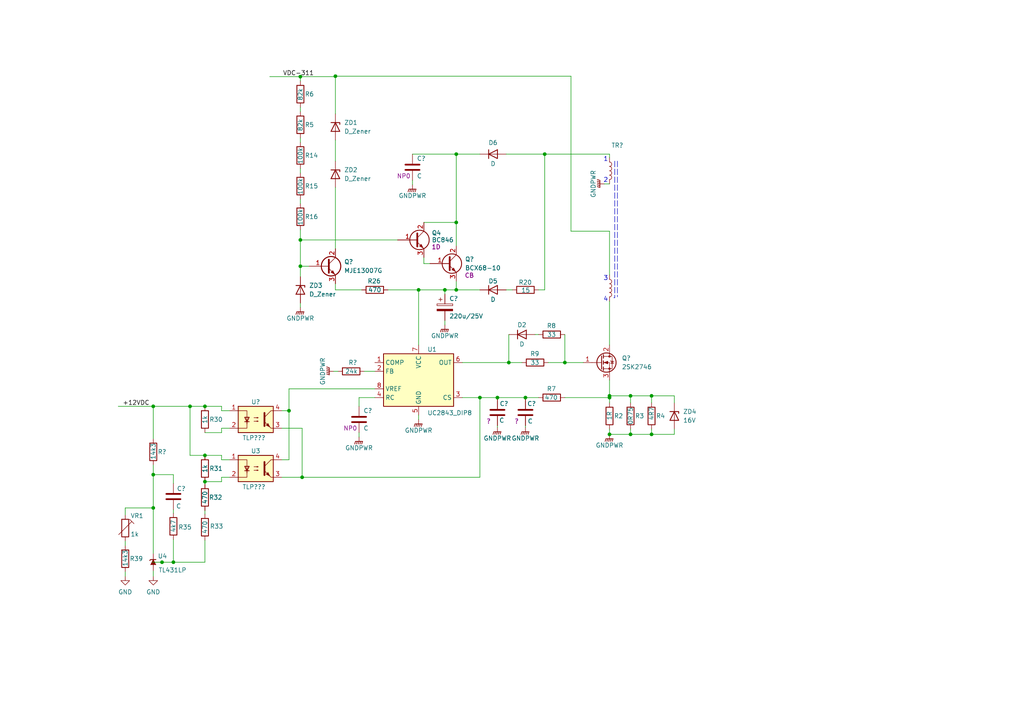
<source format=kicad_sch>
(kicad_sch (version 20211123) (generator eeschema)

  (uuid e572476c-a4c1-45e5-a956-fcf0317b9826)

  (paper "A4")

  (title_block
    (title "SPD1260 part of primary circuit")
    (date "2025-05-14")
    (rev "0")
    (comment 1 "Reverse engineered, design copyright Carlo Gravazzi")
    (comment 2 "12VDC 5A DIN-rail powersupply")
  )

  (lib_symbols
    (symbol "Device:C" (pin_numbers hide) (pin_names (offset 0.254)) (in_bom yes) (on_board yes)
      (property "Reference" "C" (id 0) (at 0.635 2.54 0)
        (effects (font (size 1.27 1.27)) (justify left))
      )
      (property "Value" "C" (id 1) (at 0.635 -2.54 0)
        (effects (font (size 1.27 1.27)) (justify left))
      )
      (property "Footprint" "" (id 2) (at 0.9652 -3.81 0)
        (effects (font (size 1.27 1.27)) hide)
      )
      (property "Datasheet" "~" (id 3) (at 0 0 0)
        (effects (font (size 1.27 1.27)) hide)
      )
      (property "ki_keywords" "cap capacitor" (id 4) (at 0 0 0)
        (effects (font (size 1.27 1.27)) hide)
      )
      (property "ki_description" "Unpolarized capacitor" (id 5) (at 0 0 0)
        (effects (font (size 1.27 1.27)) hide)
      )
      (property "ki_fp_filters" "C_*" (id 6) (at 0 0 0)
        (effects (font (size 1.27 1.27)) hide)
      )
      (symbol "C_0_1"
        (polyline
          (pts
            (xy -2.032 -0.762)
            (xy 2.032 -0.762)
          )
          (stroke (width 0.508) (type default) (color 0 0 0 0))
          (fill (type none))
        )
        (polyline
          (pts
            (xy -2.032 0.762)
            (xy 2.032 0.762)
          )
          (stroke (width 0.508) (type default) (color 0 0 0 0))
          (fill (type none))
        )
      )
      (symbol "C_1_1"
        (pin passive line (at 0 3.81 270) (length 2.794)
          (name "~" (effects (font (size 1.27 1.27))))
          (number "1" (effects (font (size 1.27 1.27))))
        )
        (pin passive line (at 0 -3.81 90) (length 2.794)
          (name "~" (effects (font (size 1.27 1.27))))
          (number "2" (effects (font (size 1.27 1.27))))
        )
      )
    )
    (symbol "Device:C_Polarized" (pin_numbers hide) (pin_names (offset 0.254)) (in_bom yes) (on_board yes)
      (property "Reference" "C" (id 0) (at 0.635 2.54 0)
        (effects (font (size 1.27 1.27)) (justify left))
      )
      (property "Value" "C_Polarized" (id 1) (at 0.635 -2.54 0)
        (effects (font (size 1.27 1.27)) (justify left))
      )
      (property "Footprint" "" (id 2) (at 0.9652 -3.81 0)
        (effects (font (size 1.27 1.27)) hide)
      )
      (property "Datasheet" "~" (id 3) (at 0 0 0)
        (effects (font (size 1.27 1.27)) hide)
      )
      (property "ki_keywords" "cap capacitor" (id 4) (at 0 0 0)
        (effects (font (size 1.27 1.27)) hide)
      )
      (property "ki_description" "Polarized capacitor" (id 5) (at 0 0 0)
        (effects (font (size 1.27 1.27)) hide)
      )
      (property "ki_fp_filters" "CP_*" (id 6) (at 0 0 0)
        (effects (font (size 1.27 1.27)) hide)
      )
      (symbol "C_Polarized_0_1"
        (rectangle (start -2.286 0.508) (end 2.286 1.016)
          (stroke (width 0) (type default) (color 0 0 0 0))
          (fill (type none))
        )
        (polyline
          (pts
            (xy -1.778 2.286)
            (xy -0.762 2.286)
          )
          (stroke (width 0) (type default) (color 0 0 0 0))
          (fill (type none))
        )
        (polyline
          (pts
            (xy -1.27 2.794)
            (xy -1.27 1.778)
          )
          (stroke (width 0) (type default) (color 0 0 0 0))
          (fill (type none))
        )
        (rectangle (start 2.286 -0.508) (end -2.286 -1.016)
          (stroke (width 0) (type default) (color 0 0 0 0))
          (fill (type outline))
        )
      )
      (symbol "C_Polarized_1_1"
        (pin passive line (at 0 3.81 270) (length 2.794)
          (name "~" (effects (font (size 1.27 1.27))))
          (number "1" (effects (font (size 1.27 1.27))))
        )
        (pin passive line (at 0 -3.81 90) (length 2.794)
          (name "~" (effects (font (size 1.27 1.27))))
          (number "2" (effects (font (size 1.27 1.27))))
        )
      )
    )
    (symbol "Device:D" (pin_numbers hide) (pin_names (offset 1.016) hide) (in_bom yes) (on_board yes)
      (property "Reference" "D" (id 0) (at 0 2.54 0)
        (effects (font (size 1.27 1.27)))
      )
      (property "Value" "D" (id 1) (at 0 -2.54 0)
        (effects (font (size 1.27 1.27)))
      )
      (property "Footprint" "" (id 2) (at 0 0 0)
        (effects (font (size 1.27 1.27)) hide)
      )
      (property "Datasheet" "~" (id 3) (at 0 0 0)
        (effects (font (size 1.27 1.27)) hide)
      )
      (property "ki_keywords" "diode" (id 4) (at 0 0 0)
        (effects (font (size 1.27 1.27)) hide)
      )
      (property "ki_description" "Diode" (id 5) (at 0 0 0)
        (effects (font (size 1.27 1.27)) hide)
      )
      (property "ki_fp_filters" "TO-???* *_Diode_* *SingleDiode* D_*" (id 6) (at 0 0 0)
        (effects (font (size 1.27 1.27)) hide)
      )
      (symbol "D_0_1"
        (polyline
          (pts
            (xy -1.27 1.27)
            (xy -1.27 -1.27)
          )
          (stroke (width 0.254) (type default) (color 0 0 0 0))
          (fill (type none))
        )
        (polyline
          (pts
            (xy 1.27 0)
            (xy -1.27 0)
          )
          (stroke (width 0) (type default) (color 0 0 0 0))
          (fill (type none))
        )
        (polyline
          (pts
            (xy 1.27 1.27)
            (xy 1.27 -1.27)
            (xy -1.27 0)
            (xy 1.27 1.27)
          )
          (stroke (width 0.254) (type default) (color 0 0 0 0))
          (fill (type none))
        )
      )
      (symbol "D_1_1"
        (pin passive line (at -3.81 0 0) (length 2.54)
          (name "K" (effects (font (size 1.27 1.27))))
          (number "1" (effects (font (size 1.27 1.27))))
        )
        (pin passive line (at 3.81 0 180) (length 2.54)
          (name "A" (effects (font (size 1.27 1.27))))
          (number "2" (effects (font (size 1.27 1.27))))
        )
      )
    )
    (symbol "Device:D_Zener" (pin_numbers hide) (pin_names (offset 1.016) hide) (in_bom yes) (on_board yes)
      (property "Reference" "D" (id 0) (at 0 2.54 0)
        (effects (font (size 1.27 1.27)))
      )
      (property "Value" "D_Zener" (id 1) (at 0 -2.54 0)
        (effects (font (size 1.27 1.27)))
      )
      (property "Footprint" "" (id 2) (at 0 0 0)
        (effects (font (size 1.27 1.27)) hide)
      )
      (property "Datasheet" "~" (id 3) (at 0 0 0)
        (effects (font (size 1.27 1.27)) hide)
      )
      (property "ki_keywords" "diode" (id 4) (at 0 0 0)
        (effects (font (size 1.27 1.27)) hide)
      )
      (property "ki_description" "Zener diode" (id 5) (at 0 0 0)
        (effects (font (size 1.27 1.27)) hide)
      )
      (property "ki_fp_filters" "TO-???* *_Diode_* *SingleDiode* D_*" (id 6) (at 0 0 0)
        (effects (font (size 1.27 1.27)) hide)
      )
      (symbol "D_Zener_0_1"
        (polyline
          (pts
            (xy 1.27 0)
            (xy -1.27 0)
          )
          (stroke (width 0) (type default) (color 0 0 0 0))
          (fill (type none))
        )
        (polyline
          (pts
            (xy -1.27 -1.27)
            (xy -1.27 1.27)
            (xy -0.762 1.27)
          )
          (stroke (width 0.254) (type default) (color 0 0 0 0))
          (fill (type none))
        )
        (polyline
          (pts
            (xy 1.27 -1.27)
            (xy 1.27 1.27)
            (xy -1.27 0)
            (xy 1.27 -1.27)
          )
          (stroke (width 0.254) (type default) (color 0 0 0 0))
          (fill (type none))
        )
      )
      (symbol "D_Zener_1_1"
        (pin passive line (at -3.81 0 0) (length 2.54)
          (name "K" (effects (font (size 1.27 1.27))))
          (number "1" (effects (font (size 1.27 1.27))))
        )
        (pin passive line (at 3.81 0 180) (length 2.54)
          (name "A" (effects (font (size 1.27 1.27))))
          (number "2" (effects (font (size 1.27 1.27))))
        )
      )
    )
    (symbol "Device:L" (pin_numbers hide) (pin_names (offset 1.016) hide) (in_bom yes) (on_board yes)
      (property "Reference" "L" (id 0) (at -1.27 0 90)
        (effects (font (size 1.27 1.27)))
      )
      (property "Value" "L" (id 1) (at 1.905 0 90)
        (effects (font (size 1.27 1.27)))
      )
      (property "Footprint" "" (id 2) (at 0 0 0)
        (effects (font (size 1.27 1.27)) hide)
      )
      (property "Datasheet" "~" (id 3) (at 0 0 0)
        (effects (font (size 1.27 1.27)) hide)
      )
      (property "ki_keywords" "inductor choke coil reactor magnetic" (id 4) (at 0 0 0)
        (effects (font (size 1.27 1.27)) hide)
      )
      (property "ki_description" "Inductor" (id 5) (at 0 0 0)
        (effects (font (size 1.27 1.27)) hide)
      )
      (property "ki_fp_filters" "Choke_* *Coil* Inductor_* L_*" (id 6) (at 0 0 0)
        (effects (font (size 1.27 1.27)) hide)
      )
      (symbol "L_0_1"
        (arc (start 0 -2.54) (mid 0.635 -1.905) (end 0 -1.27)
          (stroke (width 0) (type default) (color 0 0 0 0))
          (fill (type none))
        )
        (arc (start 0 -1.27) (mid 0.635 -0.635) (end 0 0)
          (stroke (width 0) (type default) (color 0 0 0 0))
          (fill (type none))
        )
        (arc (start 0 0) (mid 0.635 0.635) (end 0 1.27)
          (stroke (width 0) (type default) (color 0 0 0 0))
          (fill (type none))
        )
        (arc (start 0 1.27) (mid 0.635 1.905) (end 0 2.54)
          (stroke (width 0) (type default) (color 0 0 0 0))
          (fill (type none))
        )
      )
      (symbol "L_1_1"
        (pin passive line (at 0 3.81 270) (length 1.27)
          (name "1" (effects (font (size 1.27 1.27))))
          (number "1" (effects (font (size 1.27 1.27))))
        )
        (pin passive line (at 0 -3.81 90) (length 1.27)
          (name "2" (effects (font (size 1.27 1.27))))
          (number "2" (effects (font (size 1.27 1.27))))
        )
      )
    )
    (symbol "Device:Q_NMOS_GDS" (pin_names (offset 0) hide) (in_bom yes) (on_board yes)
      (property "Reference" "Q" (id 0) (at 5.08 1.27 0)
        (effects (font (size 1.27 1.27)) (justify left))
      )
      (property "Value" "Q_NMOS_GDS" (id 1) (at 5.08 -1.27 0)
        (effects (font (size 1.27 1.27)) (justify left))
      )
      (property "Footprint" "" (id 2) (at 5.08 2.54 0)
        (effects (font (size 1.27 1.27)) hide)
      )
      (property "Datasheet" "~" (id 3) (at 0 0 0)
        (effects (font (size 1.27 1.27)) hide)
      )
      (property "ki_keywords" "transistor NMOS N-MOS N-MOSFET" (id 4) (at 0 0 0)
        (effects (font (size 1.27 1.27)) hide)
      )
      (property "ki_description" "N-MOSFET transistor, gate/drain/source" (id 5) (at 0 0 0)
        (effects (font (size 1.27 1.27)) hide)
      )
      (symbol "Q_NMOS_GDS_0_1"
        (polyline
          (pts
            (xy 0.254 0)
            (xy -2.54 0)
          )
          (stroke (width 0) (type default) (color 0 0 0 0))
          (fill (type none))
        )
        (polyline
          (pts
            (xy 0.254 1.905)
            (xy 0.254 -1.905)
          )
          (stroke (width 0.254) (type default) (color 0 0 0 0))
          (fill (type none))
        )
        (polyline
          (pts
            (xy 0.762 -1.27)
            (xy 0.762 -2.286)
          )
          (stroke (width 0.254) (type default) (color 0 0 0 0))
          (fill (type none))
        )
        (polyline
          (pts
            (xy 0.762 0.508)
            (xy 0.762 -0.508)
          )
          (stroke (width 0.254) (type default) (color 0 0 0 0))
          (fill (type none))
        )
        (polyline
          (pts
            (xy 0.762 2.286)
            (xy 0.762 1.27)
          )
          (stroke (width 0.254) (type default) (color 0 0 0 0))
          (fill (type none))
        )
        (polyline
          (pts
            (xy 2.54 2.54)
            (xy 2.54 1.778)
          )
          (stroke (width 0) (type default) (color 0 0 0 0))
          (fill (type none))
        )
        (polyline
          (pts
            (xy 2.54 -2.54)
            (xy 2.54 0)
            (xy 0.762 0)
          )
          (stroke (width 0) (type default) (color 0 0 0 0))
          (fill (type none))
        )
        (polyline
          (pts
            (xy 0.762 -1.778)
            (xy 3.302 -1.778)
            (xy 3.302 1.778)
            (xy 0.762 1.778)
          )
          (stroke (width 0) (type default) (color 0 0 0 0))
          (fill (type none))
        )
        (polyline
          (pts
            (xy 1.016 0)
            (xy 2.032 0.381)
            (xy 2.032 -0.381)
            (xy 1.016 0)
          )
          (stroke (width 0) (type default) (color 0 0 0 0))
          (fill (type outline))
        )
        (polyline
          (pts
            (xy 2.794 0.508)
            (xy 2.921 0.381)
            (xy 3.683 0.381)
            (xy 3.81 0.254)
          )
          (stroke (width 0) (type default) (color 0 0 0 0))
          (fill (type none))
        )
        (polyline
          (pts
            (xy 3.302 0.381)
            (xy 2.921 -0.254)
            (xy 3.683 -0.254)
            (xy 3.302 0.381)
          )
          (stroke (width 0) (type default) (color 0 0 0 0))
          (fill (type none))
        )
        (circle (center 1.651 0) (radius 2.794)
          (stroke (width 0.254) (type default) (color 0 0 0 0))
          (fill (type none))
        )
        (circle (center 2.54 -1.778) (radius 0.254)
          (stroke (width 0) (type default) (color 0 0 0 0))
          (fill (type outline))
        )
        (circle (center 2.54 1.778) (radius 0.254)
          (stroke (width 0) (type default) (color 0 0 0 0))
          (fill (type outline))
        )
      )
      (symbol "Q_NMOS_GDS_1_1"
        (pin input line (at -5.08 0 0) (length 2.54)
          (name "G" (effects (font (size 1.27 1.27))))
          (number "1" (effects (font (size 1.27 1.27))))
        )
        (pin passive line (at 2.54 5.08 270) (length 2.54)
          (name "D" (effects (font (size 1.27 1.27))))
          (number "2" (effects (font (size 1.27 1.27))))
        )
        (pin passive line (at 2.54 -5.08 90) (length 2.54)
          (name "S" (effects (font (size 1.27 1.27))))
          (number "3" (effects (font (size 1.27 1.27))))
        )
      )
    )
    (symbol "Device:Q_NPN_BCE" (pin_names (offset 0) hide) (in_bom yes) (on_board yes)
      (property "Reference" "Q" (id 0) (at 5.08 1.27 0)
        (effects (font (size 1.27 1.27)) (justify left))
      )
      (property "Value" "Q_NPN_BCE" (id 1) (at 5.08 -1.27 0)
        (effects (font (size 1.27 1.27)) (justify left))
      )
      (property "Footprint" "" (id 2) (at 5.08 2.54 0)
        (effects (font (size 1.27 1.27)) hide)
      )
      (property "Datasheet" "~" (id 3) (at 0 0 0)
        (effects (font (size 1.27 1.27)) hide)
      )
      (property "ki_keywords" "transistor NPN" (id 4) (at 0 0 0)
        (effects (font (size 1.27 1.27)) hide)
      )
      (property "ki_description" "NPN transistor, base/collector/emitter" (id 5) (at 0 0 0)
        (effects (font (size 1.27 1.27)) hide)
      )
      (symbol "Q_NPN_BCE_0_1"
        (polyline
          (pts
            (xy 0.635 0.635)
            (xy 2.54 2.54)
          )
          (stroke (width 0) (type default) (color 0 0 0 0))
          (fill (type none))
        )
        (polyline
          (pts
            (xy 0.635 -0.635)
            (xy 2.54 -2.54)
            (xy 2.54 -2.54)
          )
          (stroke (width 0) (type default) (color 0 0 0 0))
          (fill (type none))
        )
        (polyline
          (pts
            (xy 0.635 1.905)
            (xy 0.635 -1.905)
            (xy 0.635 -1.905)
          )
          (stroke (width 0.508) (type default) (color 0 0 0 0))
          (fill (type none))
        )
        (polyline
          (pts
            (xy 1.27 -1.778)
            (xy 1.778 -1.27)
            (xy 2.286 -2.286)
            (xy 1.27 -1.778)
            (xy 1.27 -1.778)
          )
          (stroke (width 0) (type default) (color 0 0 0 0))
          (fill (type outline))
        )
        (circle (center 1.27 0) (radius 2.8194)
          (stroke (width 0.254) (type default) (color 0 0 0 0))
          (fill (type none))
        )
      )
      (symbol "Q_NPN_BCE_1_1"
        (pin input line (at -5.08 0 0) (length 5.715)
          (name "B" (effects (font (size 1.27 1.27))))
          (number "1" (effects (font (size 1.27 1.27))))
        )
        (pin passive line (at 2.54 5.08 270) (length 2.54)
          (name "C" (effects (font (size 1.27 1.27))))
          (number "2" (effects (font (size 1.27 1.27))))
        )
        (pin passive line (at 2.54 -5.08 90) (length 2.54)
          (name "E" (effects (font (size 1.27 1.27))))
          (number "3" (effects (font (size 1.27 1.27))))
        )
      )
    )
    (symbol "Device:R" (pin_numbers hide) (pin_names (offset 0)) (in_bom yes) (on_board yes)
      (property "Reference" "R" (id 0) (at 2.032 0 90)
        (effects (font (size 1.27 1.27)))
      )
      (property "Value" "R" (id 1) (at 0 0 90)
        (effects (font (size 1.27 1.27)))
      )
      (property "Footprint" "" (id 2) (at -1.778 0 90)
        (effects (font (size 1.27 1.27)) hide)
      )
      (property "Datasheet" "~" (id 3) (at 0 0 0)
        (effects (font (size 1.27 1.27)) hide)
      )
      (property "ki_keywords" "R res resistor" (id 4) (at 0 0 0)
        (effects (font (size 1.27 1.27)) hide)
      )
      (property "ki_description" "Resistor" (id 5) (at 0 0 0)
        (effects (font (size 1.27 1.27)) hide)
      )
      (property "ki_fp_filters" "R_*" (id 6) (at 0 0 0)
        (effects (font (size 1.27 1.27)) hide)
      )
      (symbol "R_0_1"
        (rectangle (start -1.016 -2.54) (end 1.016 2.54)
          (stroke (width 0.254) (type default) (color 0 0 0 0))
          (fill (type none))
        )
      )
      (symbol "R_1_1"
        (pin passive line (at 0 3.81 270) (length 1.27)
          (name "~" (effects (font (size 1.27 1.27))))
          (number "1" (effects (font (size 1.27 1.27))))
        )
        (pin passive line (at 0 -3.81 90) (length 1.27)
          (name "~" (effects (font (size 1.27 1.27))))
          (number "2" (effects (font (size 1.27 1.27))))
        )
      )
    )
    (symbol "Device:R_Trim" (pin_numbers hide) (pin_names (offset 0)) (in_bom yes) (on_board yes)
      (property "Reference" "R" (id 0) (at 2.54 -2.54 90)
        (effects (font (size 1.27 1.27)) (justify left))
      )
      (property "Value" "R_Trim" (id 1) (at -2.54 -0.635 90)
        (effects (font (size 1.27 1.27)) (justify left))
      )
      (property "Footprint" "" (id 2) (at -1.778 0 90)
        (effects (font (size 1.27 1.27)) hide)
      )
      (property "Datasheet" "~" (id 3) (at 0 0 0)
        (effects (font (size 1.27 1.27)) hide)
      )
      (property "ki_keywords" "R res resistor variable potentiometer trimmer" (id 4) (at 0 0 0)
        (effects (font (size 1.27 1.27)) hide)
      )
      (property "ki_description" "Trimmable resistor (preset resistor)" (id 5) (at 0 0 0)
        (effects (font (size 1.27 1.27)) hide)
      )
      (property "ki_fp_filters" "R_*" (id 6) (at 0 0 0)
        (effects (font (size 1.27 1.27)) hide)
      )
      (symbol "R_Trim_0_1"
        (rectangle (start -1.016 -2.54) (end 1.016 2.54)
          (stroke (width 0.254) (type default) (color 0 0 0 0))
          (fill (type none))
        )
        (polyline
          (pts
            (xy -1.905 -1.905)
            (xy 1.905 1.905)
            (xy 2.54 1.27)
            (xy 1.27 2.54)
          )
          (stroke (width 0) (type default) (color 0 0 0 0))
          (fill (type none))
        )
      )
      (symbol "R_Trim_1_1"
        (pin passive line (at 0 3.81 270) (length 1.27)
          (name "~" (effects (font (size 1.27 1.27))))
          (number "1" (effects (font (size 1.27 1.27))))
        )
        (pin passive line (at 0 -3.81 90) (length 1.27)
          (name "~" (effects (font (size 1.27 1.27))))
          (number "2" (effects (font (size 1.27 1.27))))
        )
      )
    )
    (symbol "Isolator:TLP291" (in_bom yes) (on_board yes)
      (property "Reference" "U" (id 0) (at -5.08 5.08 0)
        (effects (font (size 1.27 1.27)) (justify left))
      )
      (property "Value" "TLP291" (id 1) (at 0 5.08 0)
        (effects (font (size 1.27 1.27)) (justify left))
      )
      (property "Footprint" "Package_SO:SOIC-4_4.55x2.6mm_P1.27mm" (id 2) (at -5.08 -5.08 0)
        (effects (font (size 1.27 1.27) italic) (justify left) hide)
      )
      (property "Datasheet" "https://toshiba.semicon-storage.com/info/docget.jsp?did=12884&prodName=TLP291" (id 3) (at 0 0 0)
        (effects (font (size 1.27 1.27)) (justify left) hide)
      )
      (property "ki_keywords" "NPN DC Optocoupler" (id 4) (at 0 0 0)
        (effects (font (size 1.27 1.27)) hide)
      )
      (property "ki_description" "DC Optocoupler, Vce 80V, CTR 50-100%, SOP4" (id 5) (at 0 0 0)
        (effects (font (size 1.27 1.27)) hide)
      )
      (property "ki_fp_filters" "SOIC*4.55x2.6mm*P1.27mm*" (id 6) (at 0 0 0)
        (effects (font (size 1.27 1.27)) hide)
      )
      (symbol "TLP291_0_1"
        (rectangle (start -5.08 3.81) (end 5.08 -3.81)
          (stroke (width 0.254) (type default) (color 0 0 0 0))
          (fill (type background))
        )
        (polyline
          (pts
            (xy -3.175 -0.635)
            (xy -1.905 -0.635)
          )
          (stroke (width 0.254) (type default) (color 0 0 0 0))
          (fill (type none))
        )
        (polyline
          (pts
            (xy 2.54 0.635)
            (xy 4.445 2.54)
          )
          (stroke (width 0) (type default) (color 0 0 0 0))
          (fill (type none))
        )
        (polyline
          (pts
            (xy 4.445 -2.54)
            (xy 2.54 -0.635)
          )
          (stroke (width 0) (type default) (color 0 0 0 0))
          (fill (type outline))
        )
        (polyline
          (pts
            (xy 4.445 -2.54)
            (xy 5.08 -2.54)
          )
          (stroke (width 0) (type default) (color 0 0 0 0))
          (fill (type none))
        )
        (polyline
          (pts
            (xy 4.445 2.54)
            (xy 5.08 2.54)
          )
          (stroke (width 0) (type default) (color 0 0 0 0))
          (fill (type none))
        )
        (polyline
          (pts
            (xy -2.54 -0.635)
            (xy -2.54 -2.54)
            (xy -5.08 -2.54)
          )
          (stroke (width 0) (type default) (color 0 0 0 0))
          (fill (type none))
        )
        (polyline
          (pts
            (xy 2.54 1.905)
            (xy 2.54 -1.905)
            (xy 2.54 -1.905)
          )
          (stroke (width 0.508) (type default) (color 0 0 0 0))
          (fill (type none))
        )
        (polyline
          (pts
            (xy -5.08 2.54)
            (xy -2.54 2.54)
            (xy -2.54 -1.27)
            (xy -2.54 0.635)
          )
          (stroke (width 0) (type default) (color 0 0 0 0))
          (fill (type none))
        )
        (polyline
          (pts
            (xy -2.54 -0.635)
            (xy -3.175 0.635)
            (xy -1.905 0.635)
            (xy -2.54 -0.635)
          )
          (stroke (width 0.254) (type default) (color 0 0 0 0))
          (fill (type none))
        )
        (polyline
          (pts
            (xy -0.508 -0.508)
            (xy 0.762 -0.508)
            (xy 0.381 -0.635)
            (xy 0.381 -0.381)
            (xy 0.762 -0.508)
          )
          (stroke (width 0) (type default) (color 0 0 0 0))
          (fill (type none))
        )
        (polyline
          (pts
            (xy -0.508 0.508)
            (xy 0.762 0.508)
            (xy 0.381 0.381)
            (xy 0.381 0.635)
            (xy 0.762 0.508)
          )
          (stroke (width 0) (type default) (color 0 0 0 0))
          (fill (type none))
        )
        (polyline
          (pts
            (xy 3.048 -1.651)
            (xy 3.556 -1.143)
            (xy 4.064 -2.159)
            (xy 3.048 -1.651)
            (xy 3.048 -1.651)
          )
          (stroke (width 0) (type default) (color 0 0 0 0))
          (fill (type outline))
        )
      )
      (symbol "TLP291_1_1"
        (pin passive line (at -7.62 2.54 0) (length 2.54)
          (name "~" (effects (font (size 1.27 1.27))))
          (number "1" (effects (font (size 1.27 1.27))))
        )
        (pin passive line (at -7.62 -2.54 0) (length 2.54)
          (name "~" (effects (font (size 1.27 1.27))))
          (number "2" (effects (font (size 1.27 1.27))))
        )
        (pin passive line (at 7.62 -2.54 180) (length 2.54)
          (name "~" (effects (font (size 1.27 1.27))))
          (number "3" (effects (font (size 1.27 1.27))))
        )
        (pin passive line (at 7.62 2.54 180) (length 2.54)
          (name "~" (effects (font (size 1.27 1.27))))
          (number "4" (effects (font (size 1.27 1.27))))
        )
      )
    )
    (symbol "Reference_Voltage:TL431LP" (pin_numbers hide) (pin_names hide) (in_bom yes) (on_board yes)
      (property "Reference" "U" (id 0) (at -2.54 2.54 0)
        (effects (font (size 1.27 1.27)))
      )
      (property "Value" "TL431LP" (id 1) (at 0 -2.54 0)
        (effects (font (size 1.27 1.27)))
      )
      (property "Footprint" "Package_TO_SOT_THT:TO-92_Inline" (id 2) (at 0 -3.81 0)
        (effects (font (size 1.27 1.27) italic) hide)
      )
      (property "Datasheet" "http://www.ti.com/lit/ds/symlink/tl431.pdf" (id 3) (at 0 0 0)
        (effects (font (size 1.27 1.27) italic) hide)
      )
      (property "ki_keywords" "diode device regulator shunt" (id 4) (at 0 0 0)
        (effects (font (size 1.27 1.27)) hide)
      )
      (property "ki_description" "Shunt Regulator, TO-92" (id 5) (at 0 0 0)
        (effects (font (size 1.27 1.27)) hide)
      )
      (property "ki_fp_filters" "TO*92*" (id 6) (at 0 0 0)
        (effects (font (size 1.27 1.27)) hide)
      )
      (symbol "TL431LP_0_1"
        (polyline
          (pts
            (xy -1.27 0)
            (xy 0 0)
            (xy 1.27 0)
          )
          (stroke (width 0) (type default) (color 0 0 0 0))
          (fill (type none))
        )
        (polyline
          (pts
            (xy -0.762 0.762)
            (xy 0.762 0)
            (xy -0.762 -0.762)
          )
          (stroke (width 0) (type default) (color 0 0 0 0))
          (fill (type outline))
        )
        (polyline
          (pts
            (xy 0.508 -1.016)
            (xy 0.762 -0.762)
            (xy 0.762 0.762)
            (xy 0.762 0.762)
          )
          (stroke (width 0.254) (type default) (color 0 0 0 0))
          (fill (type none))
        )
      )
      (symbol "TL431LP_1_1"
        (pin passive line (at 0 2.54 270) (length 2.54)
          (name "REF" (effects (font (size 1.27 1.27))))
          (number "1" (effects (font (size 1.27 1.27))))
        )
        (pin passive line (at -2.54 0 0) (length 2.54)
          (name "A" (effects (font (size 1.27 1.27))))
          (number "2" (effects (font (size 1.27 1.27))))
        )
        (pin passive line (at 2.54 0 180) (length 2.54)
          (name "K" (effects (font (size 1.27 1.27))))
          (number "3" (effects (font (size 1.27 1.27))))
        )
      )
    )
    (symbol "Regulator_Controller:UC3843_DIP8" (in_bom yes) (on_board yes)
      (property "Reference" "U" (id 0) (at 3.81 11.43 0)
        (effects (font (size 1.27 1.27)) (justify left))
      )
      (property "Value" "UC3843_DIP8" (id 1) (at 3.81 8.89 0)
        (effects (font (size 1.27 1.27)) (justify left))
      )
      (property "Footprint" "Package_DIP:DIP-8_W7.62mm" (id 2) (at 0 -12.7 0)
        (effects (font (size 1.27 1.27)) hide)
      )
      (property "Datasheet" "http://www.ti.com/lit/ds/symlink/uc3842.pdf" (id 3) (at 0 0 0)
        (effects (font (size 1.27 1.27)) hide)
      )
      (property "ki_keywords" "SMPS PWM Controller" (id 4) (at 0 0 0)
        (effects (font (size 1.27 1.27)) hide)
      )
      (property "ki_description" "Current-Mode PWM Controllers, 100% Duty Cycle, 8.4V/7.6V UVLO, PDIP-8" (id 5) (at 0 0 0)
        (effects (font (size 1.27 1.27)) hide)
      )
      (property "ki_fp_filters" "DIP*W7.62mm*" (id 6) (at 0 0 0)
        (effects (font (size 1.27 1.27)) hide)
      )
      (symbol "UC3843_DIP8_0_1"
        (rectangle (start -10.16 -7.62) (end 10.16 7.62)
          (stroke (width 0.254) (type default) (color 0 0 0 0))
          (fill (type background))
        )
      )
      (symbol "UC3843_DIP8_1_1"
        (pin passive line (at -12.7 5.08 0) (length 2.54)
          (name "COMP" (effects (font (size 1.27 1.27))))
          (number "1" (effects (font (size 1.27 1.27))))
        )
        (pin input line (at -12.7 2.54 0) (length 2.54)
          (name "FB" (effects (font (size 1.27 1.27))))
          (number "2" (effects (font (size 1.27 1.27))))
        )
        (pin input line (at 12.7 -5.08 180) (length 2.54)
          (name "CS" (effects (font (size 1.27 1.27))))
          (number "3" (effects (font (size 1.27 1.27))))
        )
        (pin passive line (at -12.7 -5.08 0) (length 2.54)
          (name "RC" (effects (font (size 1.27 1.27))))
          (number "4" (effects (font (size 1.27 1.27))))
        )
        (pin power_in line (at 0 -10.16 90) (length 2.54)
          (name "GND" (effects (font (size 1.27 1.27))))
          (number "5" (effects (font (size 1.27 1.27))))
        )
        (pin output line (at 12.7 5.08 180) (length 2.54)
          (name "OUT" (effects (font (size 1.27 1.27))))
          (number "6" (effects (font (size 1.27 1.27))))
        )
        (pin power_in line (at 0 10.16 270) (length 2.54)
          (name "VCC" (effects (font (size 1.27 1.27))))
          (number "7" (effects (font (size 1.27 1.27))))
        )
        (pin power_out line (at -12.7 -2.54 0) (length 2.54)
          (name "VREF" (effects (font (size 1.27 1.27))))
          (number "8" (effects (font (size 1.27 1.27))))
        )
      )
    )
    (symbol "Transistor_BJT:MJE13007G" (pin_names (offset 0) hide) (in_bom yes) (on_board yes)
      (property "Reference" "Q" (id 0) (at 6.35 1.905 0)
        (effects (font (size 1.27 1.27)) (justify left))
      )
      (property "Value" "MJE13007G" (id 1) (at 6.35 0 0)
        (effects (font (size 1.27 1.27)) (justify left))
      )
      (property "Footprint" "Package_TO_SOT_THT:TO-220-3_Vertical" (id 2) (at 6.35 -1.905 0)
        (effects (font (size 1.27 1.27) italic) (justify left) hide)
      )
      (property "Datasheet" "http://www.onsemi.com/pub_link/Collateral/MJE13007-D.PDF" (id 3) (at 0 0 0)
        (effects (font (size 1.27 1.27)) (justify left) hide)
      )
      (property "ki_keywords" "Switching Power NPN Transistor" (id 4) (at 0 0 0)
        (effects (font (size 1.27 1.27)) hide)
      )
      (property "ki_description" "8A Ic, 400V Vce, Silicon Switching Power NPN Transistors, TO-220" (id 5) (at 0 0 0)
        (effects (font (size 1.27 1.27)) hide)
      )
      (property "ki_fp_filters" "TO?220*" (id 6) (at 0 0 0)
        (effects (font (size 1.27 1.27)) hide)
      )
      (symbol "MJE13007G_0_1"
        (polyline
          (pts
            (xy 0 0)
            (xy 0.635 0)
          )
          (stroke (width 0) (type default) (color 0 0 0 0))
          (fill (type none))
        )
        (polyline
          (pts
            (xy 2.54 2.54)
            (xy 0.635 0.635)
          )
          (stroke (width 0) (type default) (color 0 0 0 0))
          (fill (type none))
        )
        (polyline
          (pts
            (xy 0.635 1.905)
            (xy 0.635 -1.905)
            (xy 0.635 -1.905)
          )
          (stroke (width 0.508) (type default) (color 0 0 0 0))
          (fill (type none))
        )
        (polyline
          (pts
            (xy 2.286 -2.286)
            (xy 1.778 -1.778)
            (xy 1.778 -1.778)
          )
          (stroke (width 0) (type default) (color 0 0 0 0))
          (fill (type none))
        )
        (polyline
          (pts
            (xy 2.54 -2.54)
            (xy 0.635 -0.635)
            (xy 1.27 -1.27)
          )
          (stroke (width 0) (type default) (color 0 0 0 0))
          (fill (type outline))
        )
        (polyline
          (pts
            (xy 1.27 -1.778)
            (xy 1.778 -1.27)
            (xy 2.286 -2.286)
            (xy 1.27 -1.778)
            (xy 1.27 -1.778)
          )
          (stroke (width 0) (type default) (color 0 0 0 0))
          (fill (type outline))
        )
        (circle (center 1.27 0) (radius 2.8194)
          (stroke (width 0.3048) (type default) (color 0 0 0 0))
          (fill (type none))
        )
      )
      (symbol "MJE13007G_1_1"
        (pin input line (at -5.08 0 0) (length 5.08)
          (name "B" (effects (font (size 1.27 1.27))))
          (number "1" (effects (font (size 1.27 1.27))))
        )
        (pin passive line (at 2.54 5.08 270) (length 2.54)
          (name "C" (effects (font (size 1.27 1.27))))
          (number "2" (effects (font (size 1.27 1.27))))
        )
        (pin passive line (at 2.54 -5.08 90) (length 2.54)
          (name "E" (effects (font (size 1.27 1.27))))
          (number "3" (effects (font (size 1.27 1.27))))
        )
      )
    )
    (symbol "power:GND" (power) (pin_names (offset 0)) (in_bom yes) (on_board yes)
      (property "Reference" "#PWR" (id 0) (at 0 -6.35 0)
        (effects (font (size 1.27 1.27)) hide)
      )
      (property "Value" "GND" (id 1) (at 0 -3.81 0)
        (effects (font (size 1.27 1.27)))
      )
      (property "Footprint" "" (id 2) (at 0 0 0)
        (effects (font (size 1.27 1.27)) hide)
      )
      (property "Datasheet" "" (id 3) (at 0 0 0)
        (effects (font (size 1.27 1.27)) hide)
      )
      (property "ki_keywords" "global power" (id 4) (at 0 0 0)
        (effects (font (size 1.27 1.27)) hide)
      )
      (property "ki_description" "Power symbol creates a global label with name \"GND\" , ground" (id 5) (at 0 0 0)
        (effects (font (size 1.27 1.27)) hide)
      )
      (symbol "GND_0_1"
        (polyline
          (pts
            (xy 0 0)
            (xy 0 -1.27)
            (xy 1.27 -1.27)
            (xy 0 -2.54)
            (xy -1.27 -1.27)
            (xy 0 -1.27)
          )
          (stroke (width 0) (type default) (color 0 0 0 0))
          (fill (type none))
        )
      )
      (symbol "GND_1_1"
        (pin power_in line (at 0 0 270) (length 0) hide
          (name "GND" (effects (font (size 1.27 1.27))))
          (number "1" (effects (font (size 1.27 1.27))))
        )
      )
    )
    (symbol "power:GNDPWR" (power) (pin_names (offset 0)) (in_bom yes) (on_board yes)
      (property "Reference" "#PWR" (id 0) (at 0 -5.08 0)
        (effects (font (size 1.27 1.27)) hide)
      )
      (property "Value" "GNDPWR" (id 1) (at 0 -3.302 0)
        (effects (font (size 1.27 1.27)))
      )
      (property "Footprint" "" (id 2) (at 0 -1.27 0)
        (effects (font (size 1.27 1.27)) hide)
      )
      (property "Datasheet" "" (id 3) (at 0 -1.27 0)
        (effects (font (size 1.27 1.27)) hide)
      )
      (property "ki_keywords" "global ground" (id 4) (at 0 0 0)
        (effects (font (size 1.27 1.27)) hide)
      )
      (property "ki_description" "Power symbol creates a global label with name \"GNDPWR\" , global ground" (id 5) (at 0 0 0)
        (effects (font (size 1.27 1.27)) hide)
      )
      (symbol "GNDPWR_0_1"
        (polyline
          (pts
            (xy 0 -1.27)
            (xy 0 0)
          )
          (stroke (width 0) (type default) (color 0 0 0 0))
          (fill (type none))
        )
        (polyline
          (pts
            (xy -1.016 -1.27)
            (xy -1.27 -2.032)
            (xy -1.27 -2.032)
          )
          (stroke (width 0.2032) (type default) (color 0 0 0 0))
          (fill (type none))
        )
        (polyline
          (pts
            (xy -0.508 -1.27)
            (xy -0.762 -2.032)
            (xy -0.762 -2.032)
          )
          (stroke (width 0.2032) (type default) (color 0 0 0 0))
          (fill (type none))
        )
        (polyline
          (pts
            (xy 0 -1.27)
            (xy -0.254 -2.032)
            (xy -0.254 -2.032)
          )
          (stroke (width 0.2032) (type default) (color 0 0 0 0))
          (fill (type none))
        )
        (polyline
          (pts
            (xy 0.508 -1.27)
            (xy 0.254 -2.032)
            (xy 0.254 -2.032)
          )
          (stroke (width 0.2032) (type default) (color 0 0 0 0))
          (fill (type none))
        )
        (polyline
          (pts
            (xy 1.016 -1.27)
            (xy -1.016 -1.27)
            (xy -1.016 -1.27)
          )
          (stroke (width 0.2032) (type default) (color 0 0 0 0))
          (fill (type none))
        )
        (polyline
          (pts
            (xy 1.016 -1.27)
            (xy 0.762 -2.032)
            (xy 0.762 -2.032)
            (xy 0.762 -2.032)
          )
          (stroke (width 0.2032) (type default) (color 0 0 0 0))
          (fill (type none))
        )
      )
      (symbol "GNDPWR_1_1"
        (pin power_in line (at 0 0 270) (length 0) hide
          (name "GNDPWR" (effects (font (size 1.27 1.27))))
          (number "1" (effects (font (size 1.27 1.27))))
        )
      )
    )
  )

  (junction (at 55.118 117.856) (diameter 0) (color 0 0 0 0)
    (uuid 00777d9f-d4e7-40ed-81ec-dde77054337e)
  )
  (junction (at 144.272 115.316) (diameter 0) (color 0 0 0 0)
    (uuid 031e4e7b-84cc-4bea-a700-20a23599e034)
  )
  (junction (at 132.334 84.074) (diameter 0) (color 0 0 0 0)
    (uuid 07430f5c-33c8-44a8-9ccc-fcbb1545712e)
  )
  (junction (at 188.976 114.808) (diameter 0) (color 0 0 0 0)
    (uuid 0949cb70-75dc-4519-98a3-2bcbf19e0312)
  )
  (junction (at 97.282 22.098) (diameter 0) (color 0 0 0 0)
    (uuid 0bb92031-f1f3-4a9b-915f-321b2375b0a0)
  )
  (junction (at 176.784 114.808) (diameter 0) (color 0 0 0 0)
    (uuid 0bfcd9a4-e6f8-4040-af5a-b031795963fb)
  )
  (junction (at 163.83 105.156) (diameter 0) (color 0 0 0 0)
    (uuid 166345bd-9920-4519-961d-d1700e1fb069)
  )
  (junction (at 44.45 117.856) (diameter 0) (color 0 0 0 0)
    (uuid 17640fde-0fb6-4294-ab77-6f63a205aecc)
  )
  (junction (at 132.334 64.516) (diameter 0) (color 0 0 0 0)
    (uuid 217b288b-4c8f-45d2-96b8-229318015bff)
  )
  (junction (at 121.412 84.074) (diameter 0) (color 0 0 0 0)
    (uuid 3399ce7d-738a-458f-b8b9-0b5a7be2d6b5)
  )
  (junction (at 132.334 44.704) (diameter 0) (color 0 0 0 0)
    (uuid 374f3779-5ed1-428d-afdb-18ebe8307c62)
  )
  (junction (at 50.292 163.068) (diameter 0) (color 0 0 0 0)
    (uuid 4141e536-e3f4-409e-a77c-cee0b97d6450)
  )
  (junction (at 188.976 125.984) (diameter 0) (color 0 0 0 0)
    (uuid 78aadc9f-91c9-48aa-9fbc-03f042e173bd)
  )
  (junction (at 87.122 22.225) (diameter 0) (color 0 0 0 0)
    (uuid 862b2cd6-f091-4cd5-b144-d700a684c00e)
  )
  (junction (at 87.122 69.596) (diameter 0) (color 0 0 0 0)
    (uuid 8971ef35-8da7-47c1-b381-94fa348d2914)
  )
  (junction (at 59.436 139.7) (diameter 0) (color 0 0 0 0)
    (uuid 8d34a1e1-4476-4fa9-8f2a-4fc3fdd27d96)
  )
  (junction (at 46.99 163.068) (diameter 0) (color 0 0 0 0)
    (uuid 9099875a-f5d2-4ca4-bb1c-699dfe0d7676)
  )
  (junction (at 83.82 119.126) (diameter 0) (color 0 0 0 0)
    (uuid 965b5434-9a08-4179-9b65-adc930813d79)
  )
  (junction (at 152.4 115.316) (diameter 0) (color 0 0 0 0)
    (uuid a58d28c8-fc65-4748-bd47-b0e901f143e6)
  )
  (junction (at 182.88 125.984) (diameter 0) (color 0 0 0 0)
    (uuid a5dccacd-ee8b-4d90-857b-404472e0d4e6)
  )
  (junction (at 59.436 132.08) (diameter 0) (color 0 0 0 0)
    (uuid ad802e78-bfb4-4e85-bca2-07d707a8cffd)
  )
  (junction (at 147.574 105.156) (diameter 0) (color 0 0 0 0)
    (uuid af2f1b8e-3687-42bc-bb01-361dfb017162)
  )
  (junction (at 129.032 84.074) (diameter 0) (color 0 0 0 0)
    (uuid af91b5da-b72a-4491-bd6e-41e1f28ccdf5)
  )
  (junction (at 44.45 147.32) (diameter 0) (color 0 0 0 0)
    (uuid b4ae53d5-42bb-4bce-930f-d31207ca20af)
  )
  (junction (at 87.63 138.43) (diameter 0) (color 0 0 0 0)
    (uuid bd557acc-c59d-40ce-aecf-a2b84c7ee334)
  )
  (junction (at 59.436 117.856) (diameter 0) (color 0 0 0 0)
    (uuid be0e7f79-3ccf-4d37-b500-402d28223228)
  )
  (junction (at 176.784 125.984) (diameter 0) (color 0 0 0 0)
    (uuid c17bb15e-abab-44d1-8047-00687b889433)
  )
  (junction (at 139.192 115.316) (diameter 0) (color 0 0 0 0)
    (uuid c27867cc-ace3-4e05-bf23-64f36e813d27)
  )
  (junction (at 176.784 115.316) (diameter 0) (color 0 0 0 0)
    (uuid d3ca33b6-304c-4b9e-9c85-f45697e191e2)
  )
  (junction (at 157.988 44.704) (diameter 0) (color 0 0 0 0)
    (uuid de3f7509-5e2e-41ae-ad43-9cb8e51e92d6)
  )
  (junction (at 87.122 77.216) (diameter 0) (color 0 0 0 0)
    (uuid effba2d3-a67f-4431-b1b4-f2cc08145ea5)
  )
  (junction (at 44.45 137.668) (diameter 0) (color 0 0 0 0)
    (uuid f307eb8f-a2b2-4e36-a4a6-a7f634283c00)
  )
  (junction (at 182.88 114.808) (diameter 0) (color 0 0 0 0)
    (uuid f49e5bb6-b5ba-4ae2-9f85-d3fc5ed61466)
  )

  (wire (pts (xy 87.122 22.225) (xy 97.282 22.225))
    (stroke (width 0) (type default) (color 0 0 0 0))
    (uuid 00697f38-2aa2-43fa-86c9-d0230c6a582f)
  )
  (wire (pts (xy 139.192 115.316) (xy 144.272 115.316))
    (stroke (width 0) (type default) (color 0 0 0 0))
    (uuid 008c3ced-443c-44f4-a187-7856478818b0)
  )
  (wire (pts (xy 64.262 125.476) (xy 59.436 125.476))
    (stroke (width 0) (type default) (color 0 0 0 0))
    (uuid 01b5fce0-78be-41db-9ff4-2e077e12d000)
  )
  (wire (pts (xy 44.196 163.068) (xy 46.99 163.068))
    (stroke (width 0) (type default) (color 0 0 0 0))
    (uuid 0339ede8-da58-4c39-9561-fe37d71ef05c)
  )
  (wire (pts (xy 132.334 64.516) (xy 132.334 71.374))
    (stroke (width 0) (type default) (color 0 0 0 0))
    (uuid 06a4f4ee-0009-48ae-b615-174128fa6eea)
  )
  (wire (pts (xy 87.63 138.43) (xy 81.788 138.43))
    (stroke (width 0) (type default) (color 0 0 0 0))
    (uuid 096f2b76-cd80-45ea-820f-c7951b7681d1)
  )
  (wire (pts (xy 83.82 112.776) (xy 83.82 119.126))
    (stroke (width 0) (type default) (color 0 0 0 0))
    (uuid 0972740a-db3d-4791-b200-30917e5f4ffd)
  )
  (wire (pts (xy 165.608 67.056) (xy 176.784 67.056))
    (stroke (width 0) (type default) (color 0 0 0 0))
    (uuid 0b5ba342-1129-44ec-864f-4757c5e8240d)
  )
  (wire (pts (xy 64.262 133.35) (xy 66.548 133.35))
    (stroke (width 0) (type default) (color 0 0 0 0))
    (uuid 0d7f4e0f-9d06-4509-b6d3-ebb9c309a8dd)
  )
  (wire (pts (xy 195.58 114.808) (xy 195.58 116.84))
    (stroke (width 0) (type default) (color 0 0 0 0))
    (uuid 0fdff890-d308-4931-9f52-645f624d1224)
  )
  (wire (pts (xy 146.812 84.074) (xy 148.59 84.074))
    (stroke (width 0) (type default) (color 0 0 0 0))
    (uuid 121f5ab4-3dfe-4c95-8687-b6e7f2acd7e7)
  )
  (wire (pts (xy 50.292 147.828) (xy 50.292 148.844))
    (stroke (width 0) (type default) (color 0 0 0 0))
    (uuid 1306dbd5-7509-494f-a51f-59b5721eff92)
  )
  (wire (pts (xy 64.262 117.856) (xy 64.262 119.126))
    (stroke (width 0) (type default) (color 0 0 0 0))
    (uuid 1570bcaa-e9f4-4566-b7bf-20d1342ce820)
  )
  (wire (pts (xy 182.88 114.808) (xy 188.976 114.808))
    (stroke (width 0) (type default) (color 0 0 0 0))
    (uuid 15d492a9-c44a-4492-bafd-ec1548eb1e80)
  )
  (wire (pts (xy 163.83 105.156) (xy 169.164 105.156))
    (stroke (width 0) (type default) (color 0 0 0 0))
    (uuid 162bdfaa-a891-446a-a1c0-7b565a6cc285)
  )
  (wire (pts (xy 105.664 107.696) (xy 108.712 107.696))
    (stroke (width 0) (type default) (color 0 0 0 0))
    (uuid 193a18f8-44e0-4c5c-a458-14fd47b5040c)
  )
  (wire (pts (xy 97.282 84.074) (xy 97.282 82.296))
    (stroke (width 0) (type default) (color 0 0 0 0))
    (uuid 197dc6cf-bcf1-4f61-a154-301249bed377)
  )
  (wire (pts (xy 165.608 22.098) (xy 165.608 67.056))
    (stroke (width 0) (type default) (color 0 0 0 0))
    (uuid 1abadc8b-b9f7-45d7-8b76-6628c2ceae82)
  )
  (wire (pts (xy 87.122 66.675) (xy 87.122 69.596))
    (stroke (width 0) (type default) (color 0 0 0 0))
    (uuid 1c83ca87-6470-4610-98b9-d344a45f2c34)
  )
  (wire (pts (xy 121.412 84.074) (xy 129.032 84.074))
    (stroke (width 0) (type default) (color 0 0 0 0))
    (uuid 1ed6478b-0363-4007-92a8-ddf9ec98e617)
  )
  (wire (pts (xy 129.032 92.964) (xy 129.032 94.234))
    (stroke (width 0) (type default) (color 0 0 0 0))
    (uuid 1f0b8607-8ade-4558-80f4-f83139f1d807)
  )
  (wire (pts (xy 55.118 117.856) (xy 59.436 117.856))
    (stroke (width 0) (type default) (color 0 0 0 0))
    (uuid 2054fe8d-01d6-47c3-a03e-7249411d0948)
  )
  (wire (pts (xy 147.574 105.156) (xy 151.384 105.156))
    (stroke (width 0) (type default) (color 0 0 0 0))
    (uuid 2549c40f-10ef-427f-8545-33daa619f798)
  )
  (wire (pts (xy 152.4 123.444) (xy 152.4 123.952))
    (stroke (width 0) (type default) (color 0 0 0 0))
    (uuid 28d06e71-8ecd-4ad6-99ef-cbae0c188fb2)
  )
  (wire (pts (xy 78.232 22.225) (xy 87.122 22.225))
    (stroke (width 0) (type default) (color 0 0 0 0))
    (uuid 2aa15cc2-d5bd-4185-9367-8791982a3963)
  )
  (wire (pts (xy 97.282 22.098) (xy 165.608 22.098))
    (stroke (width 0) (type default) (color 0 0 0 0))
    (uuid 2c0178bc-58fe-41eb-85ba-6d77ee82b3b8)
  )
  (wire (pts (xy 98.044 107.696) (xy 96.774 107.696))
    (stroke (width 0) (type default) (color 0 0 0 0))
    (uuid 2d2d2353-9ae8-47f9-80da-13c5adad1d6f)
  )
  (wire (pts (xy 87.122 31.115) (xy 87.122 32.385))
    (stroke (width 0) (type default) (color 0 0 0 0))
    (uuid 2f308841-c095-4098-a0d5-1761520cf301)
  )
  (wire (pts (xy 44.45 117.856) (xy 55.118 117.856))
    (stroke (width 0) (type default) (color 0 0 0 0))
    (uuid 300b6d97-5688-45b4-8d64-ec2e0a087b5d)
  )
  (wire (pts (xy 87.122 57.785) (xy 87.122 59.055))
    (stroke (width 0) (type default) (color 0 0 0 0))
    (uuid 303d3c1b-ae73-4bbb-8557-5c7358db4097)
  )
  (wire (pts (xy 155.194 97.028) (xy 156.21 97.028))
    (stroke (width 0) (type default) (color 0 0 0 0))
    (uuid 32796758-b416-4aae-b166-422343a54f19)
  )
  (wire (pts (xy 121.412 84.074) (xy 121.412 100.076))
    (stroke (width 0) (type default) (color 0 0 0 0))
    (uuid 354cb4dc-1415-4321-a113-af09c7a38dde)
  )
  (wire (pts (xy 46.99 163.068) (xy 50.292 163.068))
    (stroke (width 0) (type default) (color 0 0 0 0))
    (uuid 36890f94-76f7-481d-bf34-b3503c7c06c1)
  )
  (wire (pts (xy 81.788 124.206) (xy 87.63 124.206))
    (stroke (width 0) (type default) (color 0 0 0 0))
    (uuid 3b70e9fe-6457-4231-8473-f62ff18ea2f6)
  )
  (wire (pts (xy 159.004 105.156) (xy 163.83 105.156))
    (stroke (width 0) (type default) (color 0 0 0 0))
    (uuid 3bf48b5b-df23-4eab-b958-ed56d58bfdf6)
  )
  (wire (pts (xy 147.574 97.028) (xy 147.574 105.156))
    (stroke (width 0) (type default) (color 0 0 0 0))
    (uuid 3e838c92-5df3-42c6-b0a3-2104a7eee942)
  )
  (wire (pts (xy 59.436 132.08) (xy 55.118 132.08))
    (stroke (width 0) (type default) (color 0 0 0 0))
    (uuid 409d41f5-0bdb-4f35-b3cc-ab42356a4670)
  )
  (wire (pts (xy 44.45 147.32) (xy 36.322 147.32))
    (stroke (width 0) (type default) (color 0 0 0 0))
    (uuid 410232b4-6e37-4af1-bd02-f2272aad5b38)
  )
  (polyline (pts (xy 178.308 46.736) (xy 178.308 86.36))
    (stroke (width 0) (type default) (color 0 0 0 0))
    (uuid 41185d37-427b-44c2-9394-2569397feb41)
  )

  (wire (pts (xy 132.334 44.704) (xy 139.192 44.704))
    (stroke (width 0) (type default) (color 0 0 0 0))
    (uuid 41be68b6-07f3-4870-a55c-73e2fe97887e)
  )
  (wire (pts (xy 81.788 133.35) (xy 83.82 133.35))
    (stroke (width 0) (type default) (color 0 0 0 0))
    (uuid 434f190e-c8e3-4b81-bd59-86e6f0f95e4c)
  )
  (wire (pts (xy 144.272 115.316) (xy 144.272 115.824))
    (stroke (width 0) (type default) (color 0 0 0 0))
    (uuid 4a51bbb6-c676-41d8-9234-bc83b225fe0d)
  )
  (wire (pts (xy 132.334 84.074) (xy 129.032 84.074))
    (stroke (width 0) (type default) (color 0 0 0 0))
    (uuid 4ae35c7a-9302-49d3-8bca-82928ba9dae1)
  )
  (wire (pts (xy 176.784 115.316) (xy 176.784 114.808))
    (stroke (width 0) (type default) (color 0 0 0 0))
    (uuid 4b497c16-3651-4c83-9219-a166de37cb1f)
  )
  (wire (pts (xy 50.292 163.068) (xy 59.436 163.068))
    (stroke (width 0) (type default) (color 0 0 0 0))
    (uuid 4b9b992a-b0fc-4cec-98f8-9d233f5eccb6)
  )
  (wire (pts (xy 87.122 48.895) (xy 87.122 50.165))
    (stroke (width 0) (type default) (color 0 0 0 0))
    (uuid 4c9e75eb-f5a5-4802-b7bd-0304a9d90bf6)
  )
  (wire (pts (xy 182.88 114.808) (xy 176.784 114.808))
    (stroke (width 0) (type default) (color 0 0 0 0))
    (uuid 4ded009e-075f-4539-84ac-eb8952efbdfa)
  )
  (wire (pts (xy 108.712 112.776) (xy 83.82 112.776))
    (stroke (width 0) (type default) (color 0 0 0 0))
    (uuid 51626f77-7e2d-4fb6-8192-88d8a1d469ce)
  )
  (wire (pts (xy 50.292 137.668) (xy 50.292 140.208))
    (stroke (width 0) (type default) (color 0 0 0 0))
    (uuid 54655381-2e1e-49fc-abaf-d5d0a15bdd56)
  )
  (wire (pts (xy 152.4 115.316) (xy 156.21 115.316))
    (stroke (width 0) (type default) (color 0 0 0 0))
    (uuid 565b864a-6ce7-4dcf-a07a-08f3adfe2e3b)
  )
  (wire (pts (xy 55.118 132.08) (xy 55.118 117.856))
    (stroke (width 0) (type default) (color 0 0 0 0))
    (uuid 587681c2-b79d-4474-a0d1-365fcf7946fe)
  )
  (wire (pts (xy 176.784 67.056) (xy 176.784 79.756))
    (stroke (width 0) (type default) (color 0 0 0 0))
    (uuid 5a171afe-ae40-444f-adeb-45559378926e)
  )
  (wire (pts (xy 44.45 127.254) (xy 44.45 117.856))
    (stroke (width 0) (type default) (color 0 0 0 0))
    (uuid 5be42dbc-a63c-4de5-a46e-2662bf92551d)
  )
  (wire (pts (xy 36.322 147.32) (xy 36.322 149.352))
    (stroke (width 0) (type default) (color 0 0 0 0))
    (uuid 5dc939d7-942e-4c8d-8fa9-5802e8fc9317)
  )
  (wire (pts (xy 50.292 156.464) (xy 50.292 163.068))
    (stroke (width 0) (type default) (color 0 0 0 0))
    (uuid 5edf6d25-24d8-4145-b1a8-4e4ce9b8d2ea)
  )
  (wire (pts (xy 108.712 115.316) (xy 104.14 115.316))
    (stroke (width 0) (type default) (color 0 0 0 0))
    (uuid 601663af-03e5-4645-9dbb-6d145323c8da)
  )
  (wire (pts (xy 44.45 147.32) (xy 44.45 160.528))
    (stroke (width 0) (type default) (color 0 0 0 0))
    (uuid 60257e0b-74e3-45fe-90c2-ba5a17e2315c)
  )
  (wire (pts (xy 119.634 44.704) (xy 132.334 44.704))
    (stroke (width 0) (type default) (color 0 0 0 0))
    (uuid 624758c3-0287-45b7-8049-77fbb9cd6a54)
  )
  (wire (pts (xy 87.122 22.225) (xy 87.122 23.495))
    (stroke (width 0) (type default) (color 0 0 0 0))
    (uuid 647900b2-d1a5-4a3f-8a7c-e98f5ba3c4a6)
  )
  (wire (pts (xy 188.976 125.984) (xy 182.88 125.984))
    (stroke (width 0) (type default) (color 0 0 0 0))
    (uuid 65655d4e-e3af-4679-aeb7-23f1a1cb2a7e)
  )
  (wire (pts (xy 195.58 124.46) (xy 195.58 125.984))
    (stroke (width 0) (type default) (color 0 0 0 0))
    (uuid 69550041-9983-4b61-838a-d74234b23706)
  )
  (wire (pts (xy 64.262 119.126) (xy 66.548 119.126))
    (stroke (width 0) (type default) (color 0 0 0 0))
    (uuid 699488f5-f2ea-42bd-9764-5ab9bae4cb0a)
  )
  (wire (pts (xy 175.26 53.34) (xy 176.784 53.34))
    (stroke (width 0) (type default) (color 0 0 0 0))
    (uuid 6a7d4f3d-2c51-49f9-85c5-68aaf5458221)
  )
  (wire (pts (xy 188.976 114.808) (xy 188.976 116.84))
    (stroke (width 0) (type default) (color 0 0 0 0))
    (uuid 6b46ceeb-2496-4884-b54c-cb8325831dcd)
  )
  (wire (pts (xy 34.29 117.856) (xy 44.45 117.856))
    (stroke (width 0) (type default) (color 0 0 0 0))
    (uuid 6b9a9c76-9520-4e18-9adc-7a27034e3a13)
  )
  (wire (pts (xy 64.262 138.43) (xy 64.262 139.7))
    (stroke (width 0) (type default) (color 0 0 0 0))
    (uuid 6dc3b4ad-4310-493e-9b74-5b9861e8edcd)
  )
  (wire (pts (xy 146.812 44.704) (xy 157.988 44.704))
    (stroke (width 0) (type default) (color 0 0 0 0))
    (uuid 6ff9d4b1-8b11-4811-8c60-919c083b72b9)
  )
  (wire (pts (xy 176.784 87.376) (xy 176.784 100.076))
    (stroke (width 0) (type default) (color 0 0 0 0))
    (uuid 7052676a-a57b-4fa8-bbb6-071d0ee4f62d)
  )
  (wire (pts (xy 44.45 137.668) (xy 50.292 137.668))
    (stroke (width 0) (type default) (color 0 0 0 0))
    (uuid 71271729-81c0-4179-9d02-30c2230fca87)
  )
  (wire (pts (xy 87.122 40.005) (xy 87.122 41.275))
    (stroke (width 0) (type default) (color 0 0 0 0))
    (uuid 78a484cc-7a7a-4736-82d2-8a882dfe8a8b)
  )
  (wire (pts (xy 122.936 64.516) (xy 132.334 64.516))
    (stroke (width 0) (type default) (color 0 0 0 0))
    (uuid 79ab8139-1181-49ec-977f-5d27750527ab)
  )
  (wire (pts (xy 87.122 77.216) (xy 87.122 80.264))
    (stroke (width 0) (type default) (color 0 0 0 0))
    (uuid 7b99375b-9d51-4795-bc52-8497083f351a)
  )
  (wire (pts (xy 129.032 84.074) (xy 129.032 85.344))
    (stroke (width 0) (type default) (color 0 0 0 0))
    (uuid 7f623a24-8148-40c2-9102-05e94d912b0c)
  )
  (wire (pts (xy 83.82 119.126) (xy 81.788 119.126))
    (stroke (width 0) (type default) (color 0 0 0 0))
    (uuid 8031f690-111b-4c8b-a13d-95639267d389)
  )
  (wire (pts (xy 44.45 165.608) (xy 44.45 167.132))
    (stroke (width 0) (type default) (color 0 0 0 0))
    (uuid 838c2759-a548-41e2-bb02-9e6497cb6ea3)
  )
  (wire (pts (xy 176.784 125.984) (xy 176.784 124.46))
    (stroke (width 0) (type default) (color 0 0 0 0))
    (uuid 87c8863b-a374-4cef-868f-932f95c8de0c)
  )
  (wire (pts (xy 44.45 137.668) (xy 44.45 147.32))
    (stroke (width 0) (type default) (color 0 0 0 0))
    (uuid 8cba2c05-dcc3-4773-91fc-eeb732352ba9)
  )
  (wire (pts (xy 87.63 124.206) (xy 87.63 138.43))
    (stroke (width 0) (type default) (color 0 0 0 0))
    (uuid 8da91a86-19bb-4d6f-a011-cf291e2febd4)
  )
  (polyline (pts (xy 178.054 86.36) (xy 178.308 86.36))
    (stroke (width 0) (type default) (color 0 0 0 0))
    (uuid 90fae3a0-d890-4124-b4b4-b4e3341de427)
  )

  (wire (pts (xy 104.902 84.074) (xy 97.282 84.074))
    (stroke (width 0) (type default) (color 0 0 0 0))
    (uuid 91591f28-f1fd-4b51-8741-810f6840d64c)
  )
  (wire (pts (xy 44.45 134.874) (xy 44.45 137.668))
    (stroke (width 0) (type default) (color 0 0 0 0))
    (uuid 935abac1-f44f-43eb-b1dc-185fe32c10aa)
  )
  (wire (pts (xy 66.548 124.206) (xy 64.262 124.206))
    (stroke (width 0) (type default) (color 0 0 0 0))
    (uuid 93ff760e-1311-4bc9-aa3f-3e66494d5acc)
  )
  (wire (pts (xy 64.262 124.206) (xy 64.262 125.476))
    (stroke (width 0) (type default) (color 0 0 0 0))
    (uuid 94da2bac-9672-4491-aa08-62c61947e450)
  )
  (wire (pts (xy 157.988 44.704) (xy 157.988 84.074))
    (stroke (width 0) (type default) (color 0 0 0 0))
    (uuid 96349c95-187d-4fba-bd38-f57c5a3f3991)
  )
  (wire (pts (xy 139.192 138.43) (xy 87.63 138.43))
    (stroke (width 0) (type default) (color 0 0 0 0))
    (uuid 9a034c67-6d1a-4906-aad9-fb5b6bf16e85)
  )
  (wire (pts (xy 97.282 40.64) (xy 97.282 46.736))
    (stroke (width 0) (type default) (color 0 0 0 0))
    (uuid 9c5a5728-c7e4-4b9e-a310-30202841e256)
  )
  (wire (pts (xy 163.83 105.156) (xy 163.83 97.028))
    (stroke (width 0) (type default) (color 0 0 0 0))
    (uuid 9c96b061-8697-4af0-83e3-979739eae4de)
  )
  (wire (pts (xy 139.192 84.074) (xy 132.334 84.074))
    (stroke (width 0) (type default) (color 0 0 0 0))
    (uuid 9e108a24-642a-4b1e-b0ff-18ef8cee1c5c)
  )
  (wire (pts (xy 36.322 156.972) (xy 36.322 158.242))
    (stroke (width 0) (type default) (color 0 0 0 0))
    (uuid a1da625e-4aee-4df6-ab7d-3a0f8ade8d26)
  )
  (wire (pts (xy 59.436 117.856) (xy 64.262 117.856))
    (stroke (width 0) (type default) (color 0 0 0 0))
    (uuid ac1b2e25-23be-44d4-8b3d-40bd5090a71e)
  )
  (wire (pts (xy 97.282 22.225) (xy 97.282 33.02))
    (stroke (width 0) (type default) (color 0 0 0 0))
    (uuid ac3256e9-dd2a-44fb-8912-701054b4d7e0)
  )
  (wire (pts (xy 157.988 44.704) (xy 176.784 44.704))
    (stroke (width 0) (type default) (color 0 0 0 0))
    (uuid aec2325c-43c7-4510-bdc6-1c6a01340e18)
  )
  (wire (pts (xy 163.83 115.316) (xy 176.784 115.316))
    (stroke (width 0) (type default) (color 0 0 0 0))
    (uuid b01e1e09-4928-438b-8ddd-6386d256d147)
  )
  (wire (pts (xy 134.112 115.316) (xy 139.192 115.316))
    (stroke (width 0) (type default) (color 0 0 0 0))
    (uuid b0d1cae6-ef48-4bd9-bf40-b0f975331fa7)
  )
  (polyline (pts (xy 179.07 46.736) (xy 179.07 86.106))
    (stroke (width 0) (type default) (color 0 0 0 0))
    (uuid b19ccb02-f3f3-448b-b178-f933b77576e1)
  )

  (wire (pts (xy 89.662 77.216) (xy 87.122 77.216))
    (stroke (width 0) (type default) (color 0 0 0 0))
    (uuid b24385ed-bd26-44e8-ac48-937f50841bce)
  )
  (wire (pts (xy 134.112 105.156) (xy 147.574 105.156))
    (stroke (width 0) (type default) (color 0 0 0 0))
    (uuid b2814d26-9bad-44b6-a9b1-d1f9177cfbca)
  )
  (wire (pts (xy 122.936 76.454) (xy 122.936 74.676))
    (stroke (width 0) (type default) (color 0 0 0 0))
    (uuid b4a8832e-2d18-48dc-a4a7-7e4515c3a67b)
  )
  (wire (pts (xy 176.784 110.236) (xy 176.784 114.808))
    (stroke (width 0) (type default) (color 0 0 0 0))
    (uuid b6ab267e-3005-4299-b681-41143fd73a1f)
  )
  (wire (pts (xy 87.122 87.884) (xy 87.122 89.154))
    (stroke (width 0) (type default) (color 0 0 0 0))
    (uuid b7d73fc6-9b1d-4822-a55d-512de49500d3)
  )
  (wire (pts (xy 132.334 81.534) (xy 132.334 84.074))
    (stroke (width 0) (type default) (color 0 0 0 0))
    (uuid be77f2b8-973c-4cd7-b7fc-0152a6b3e324)
  )
  (wire (pts (xy 64.262 132.08) (xy 64.262 133.35))
    (stroke (width 0) (type default) (color 0 0 0 0))
    (uuid c0e99b76-63d9-47db-a7b9-d2d7024acecc)
  )
  (wire (pts (xy 87.122 69.596) (xy 87.122 77.216))
    (stroke (width 0) (type default) (color 0 0 0 0))
    (uuid c39463ce-d519-45e9-9619-7f5a2ae81289)
  )
  (wire (pts (xy 66.548 138.43) (xy 64.262 138.43))
    (stroke (width 0) (type default) (color 0 0 0 0))
    (uuid c398106e-76dd-49ff-a86c-a0bb355ad9d9)
  )
  (wire (pts (xy 188.976 114.808) (xy 195.58 114.808))
    (stroke (width 0) (type default) (color 0 0 0 0))
    (uuid c495bfd8-4dfe-4d50-81bb-f75e1b2482f1)
  )
  (wire (pts (xy 144.272 123.444) (xy 144.272 123.952))
    (stroke (width 0) (type default) (color 0 0 0 0))
    (uuid c5d3a524-8e94-468d-a0aa-7176fb7961ce)
  )
  (wire (pts (xy 104.14 125.476) (xy 104.14 126.746))
    (stroke (width 0) (type default) (color 0 0 0 0))
    (uuid c7db779a-0c8d-4995-abbc-78d4beb4988c)
  )
  (wire (pts (xy 124.714 76.454) (xy 122.936 76.454))
    (stroke (width 0) (type default) (color 0 0 0 0))
    (uuid c7e3e8c7-add1-4a62-be3a-80922df1e1cf)
  )
  (wire (pts (xy 36.322 165.862) (xy 36.322 167.132))
    (stroke (width 0) (type default) (color 0 0 0 0))
    (uuid c9ef62e4-5a83-4c71-9fcc-129c53b64c5f)
  )
  (wire (pts (xy 59.436 139.7) (xy 59.436 140.462))
    (stroke (width 0) (type default) (color 0 0 0 0))
    (uuid cfa34077-de53-44b0-ae07-65d39ad5f5b1)
  )
  (wire (pts (xy 104.14 115.316) (xy 104.14 117.856))
    (stroke (width 0) (type default) (color 0 0 0 0))
    (uuid d13ba430-9750-4e69-a0d0-b25052af2dcd)
  )
  (wire (pts (xy 97.282 54.356) (xy 97.282 72.136))
    (stroke (width 0) (type default) (color 0 0 0 0))
    (uuid d158008c-5c01-4230-98ac-6c3310822a47)
  )
  (wire (pts (xy 139.192 115.316) (xy 139.192 138.43))
    (stroke (width 0) (type default) (color 0 0 0 0))
    (uuid d22d356c-c2ed-41d3-a497-285a03248603)
  )
  (wire (pts (xy 59.436 163.068) (xy 59.436 156.718))
    (stroke (width 0) (type default) (color 0 0 0 0))
    (uuid d343dd82-f478-43d8-91b4-6a1222e8018c)
  )
  (wire (pts (xy 59.436 132.08) (xy 64.262 132.08))
    (stroke (width 0) (type default) (color 0 0 0 0))
    (uuid d3e1ad3d-13ad-4747-8abd-836aae0330a2)
  )
  (wire (pts (xy 132.334 44.704) (xy 132.334 64.516))
    (stroke (width 0) (type default) (color 0 0 0 0))
    (uuid d78f5be0-2d08-4a5d-9940-46841ffd1cc1)
  )
  (wire (pts (xy 87.122 69.596) (xy 115.316 69.596))
    (stroke (width 0) (type default) (color 0 0 0 0))
    (uuid d92e390e-66f9-4c4b-b66e-ac650d34c06f)
  )
  (wire (pts (xy 188.976 124.46) (xy 188.976 125.984))
    (stroke (width 0) (type default) (color 0 0 0 0))
    (uuid dac1c0de-4180-4dd4-82b4-02783a1ae5ce)
  )
  (wire (pts (xy 112.522 84.074) (xy 121.412 84.074))
    (stroke (width 0) (type default) (color 0 0 0 0))
    (uuid dd5dfcf5-c146-4388-95d0-a3198349badb)
  )
  (wire (pts (xy 156.21 84.074) (xy 157.988 84.074))
    (stroke (width 0) (type default) (color 0 0 0 0))
    (uuid de4c6037-c611-4e15-aca9-2941e82dc7d0)
  )
  (wire (pts (xy 119.634 52.324) (xy 119.634 53.594))
    (stroke (width 0) (type default) (color 0 0 0 0))
    (uuid e15febf8-204d-429d-be56-38f696f02755)
  )
  (wire (pts (xy 59.436 148.082) (xy 59.436 149.098))
    (stroke (width 0) (type default) (color 0 0 0 0))
    (uuid e2ccf3b9-b9d5-4f91-a23b-ea32eed08f35)
  )
  (wire (pts (xy 64.262 139.7) (xy 59.436 139.7))
    (stroke (width 0) (type default) (color 0 0 0 0))
    (uuid e3961907-62d1-4151-ae66-597673521bda)
  )
  (wire (pts (xy 176.784 115.316) (xy 176.784 116.84))
    (stroke (width 0) (type default) (color 0 0 0 0))
    (uuid e45e3d49-ef9b-40df-8df8-4b53408d1a9d)
  )
  (wire (pts (xy 182.88 124.46) (xy 182.88 125.984))
    (stroke (width 0) (type default) (color 0 0 0 0))
    (uuid e773fd8f-5fb4-4cab-a56d-34c934a4da23)
  )
  (wire (pts (xy 176.784 44.704) (xy 176.784 45.72))
    (stroke (width 0) (type default) (color 0 0 0 0))
    (uuid e7fda60a-a21a-4afc-b75e-8770cc5cbfce)
  )
  (wire (pts (xy 182.88 114.808) (xy 182.88 116.84))
    (stroke (width 0) (type default) (color 0 0 0 0))
    (uuid f0b41e37-3b00-43c2-9acb-60a496642bfb)
  )
  (wire (pts (xy 182.88 125.984) (xy 176.784 125.984))
    (stroke (width 0) (type default) (color 0 0 0 0))
    (uuid f151e656-204e-42b3-96a5-f9308cbebfe9)
  )
  (wire (pts (xy 144.272 115.316) (xy 152.4 115.316))
    (stroke (width 0) (type default) (color 0 0 0 0))
    (uuid f301efe8-6d1d-49fa-80de-ada796136c4f)
  )
  (wire (pts (xy 152.4 115.824) (xy 152.4 115.316))
    (stroke (width 0) (type default) (color 0 0 0 0))
    (uuid f70f3996-982a-41f6-a97c-ca089fd26d98)
  )
  (wire (pts (xy 83.82 133.35) (xy 83.82 119.126))
    (stroke (width 0) (type default) (color 0 0 0 0))
    (uuid f71041f2-80d6-40cc-9e44-5781f748227e)
  )
  (wire (pts (xy 121.412 120.396) (xy 121.412 121.666))
    (stroke (width 0) (type default) (color 0 0 0 0))
    (uuid faa4627e-6858-40f3-8150-dd07c4516f92)
  )
  (wire (pts (xy 195.58 125.984) (xy 188.976 125.984))
    (stroke (width 0) (type default) (color 0 0 0 0))
    (uuid ff09f06d-3cae-4629-a0fc-9c9e3a37b144)
  )

  (text "1" (at 175.006 46.99 0)
    (effects (font (size 1.27 1.27)) (justify left bottom))
    (uuid 10708fa7-3451-40b6-980a-120f908c020f)
  )
  (text "2" (at 175.006 53.086 0)
    (effects (font (size 1.27 1.27)) (justify left bottom))
    (uuid 32928c57-b5a3-4d6a-a054-c56895ab53e7)
  )
  (text "3" (at 175.006 81.534 0)
    (effects (font (size 1.27 1.27)) (justify left bottom))
    (uuid 9b34497e-f61b-407d-a38d-786b78338447)
  )
  (text "4" (at 175.006 87.63 0)
    (effects (font (size 1.27 1.27)) (justify left bottom))
    (uuid f2f66642-80d4-4c31-98b7-7731ec6bf05e)
  )

  (label "VDC-311" (at 82.042 22.225 0)
    (effects (font (size 1.27 1.27)) (justify left bottom))
    (uuid 0bd6d36b-95f7-405e-97e8-c633a035aa8b)
  )
  (label "+12VDC" (at 35.56 117.856 0)
    (effects (font (size 1.27 1.27)) (justify left bottom))
    (uuid 61c8300a-05bc-4f42-ac29-0753a335c746)
  )

  (symbol (lib_id "Device:R") (at 155.194 105.156 90) (unit 1)
    (in_bom yes) (on_board yes)
    (uuid 02c5ef1e-8e2c-493b-ade0-8c9014dcc4fb)
    (property "Reference" "R9" (id 0) (at 156.464 102.616 90)
      (effects (font (size 1.27 1.27)) (justify left))
    )
    (property "Value" "33" (id 1) (at 156.464 105.156 90)
      (effects (font (size 1.27 1.27)) (justify left))
    )
    (property "Footprint" "" (id 2) (at 155.194 106.934 90)
      (effects (font (size 1.27 1.27)) hide)
    )
    (property "Datasheet" "~" (id 3) (at 155.194 105.156 0)
      (effects (font (size 1.27 1.27)) hide)
    )
    (pin "1" (uuid 5fa35ab6-4286-4d5a-8166-7eab38ddfaae))
    (pin "2" (uuid 295ee3d8-9456-4659-a1c7-5f73e67762a2))
  )

  (symbol (lib_id "Device:L") (at 176.784 83.566 0) (unit 1)
    (in_bom yes) (on_board yes) (fields_autoplaced)
    (uuid 058758b2-f09b-400c-b358-0c7850fef5e6)
    (property "Reference" "TR?" (id 0) (at 179.07 82.2959 0)
      (effects (font (size 1.27 1.27)) (justify left) hide)
    )
    (property "Value" "L" (id 1) (at 179.07 84.8359 0)
      (effects (font (size 1.27 1.27)) (justify left) hide)
    )
    (property "Footprint" "" (id 2) (at 176.784 83.566 0)
      (effects (font (size 1.27 1.27)) hide)
    )
    (property "Datasheet" "~" (id 3) (at 176.784 83.566 0)
      (effects (font (size 1.27 1.27)) hide)
    )
    (pin "1" (uuid 0e09ba4d-4c78-4621-b972-26183ac9a36d))
    (pin "2" (uuid cea06ebf-94cc-43e1-835c-ba2cf3b18b84))
  )

  (symbol (lib_id "power:GND") (at 44.45 167.132 0) (unit 1)
    (in_bom yes) (on_board yes) (fields_autoplaced)
    (uuid 074a58ba-3c0d-48cd-89d8-d7157a4200c9)
    (property "Reference" "#PWR?" (id 0) (at 44.45 173.482 0)
      (effects (font (size 1.27 1.27)) hide)
    )
    (property "Value" "GND" (id 1) (at 44.45 171.704 0))
    (property "Footprint" "" (id 2) (at 44.45 167.132 0)
      (effects (font (size 1.27 1.27)) hide)
    )
    (property "Datasheet" "" (id 3) (at 44.45 167.132 0)
      (effects (font (size 1.27 1.27)) hide)
    )
    (pin "1" (uuid 8ac7c02b-1cb7-4191-8a1c-5cb5398897be))
  )

  (symbol (lib_id "Device:R") (at 59.436 152.908 180) (unit 1)
    (in_bom yes) (on_board yes)
    (uuid 0846e452-6f35-4e5a-8e81-6da81cb93798)
    (property "Reference" "R33" (id 0) (at 64.77 152.654 0)
      (effects (font (size 1.27 1.27)) (justify left))
    )
    (property "Value" "470" (id 1) (at 59.436 151.003 90)
      (effects (font (size 1.27 1.27)) (justify left))
    )
    (property "Footprint" "" (id 2) (at 61.214 152.908 90)
      (effects (font (size 1.27 1.27)) hide)
    )
    (property "Datasheet" "~" (id 3) (at 59.436 152.908 0)
      (effects (font (size 1.27 1.27)) hide)
    )
    (pin "1" (uuid 757aed86-8fae-447a-b086-402c6cc21052))
    (pin "2" (uuid dbe6d3d1-3328-45bd-bd46-b4c319a3f210))
  )

  (symbol (lib_id "power:GNDPWR") (at 104.14 126.746 0) (unit 1)
    (in_bom yes) (on_board yes)
    (uuid 09566f30-6603-4a7e-8d4f-1d0e09ffe368)
    (property "Reference" "#PWR?" (id 0) (at 104.14 131.826 0)
      (effects (font (size 1.27 1.27)) hide)
    )
    (property "Value" "GNDPWR" (id 1) (at 104.14 129.921 0))
    (property "Footprint" "" (id 2) (at 104.14 128.016 0)
      (effects (font (size 1.27 1.27)) hide)
    )
    (property "Datasheet" "" (id 3) (at 104.14 128.016 0)
      (effects (font (size 1.27 1.27)) hide)
    )
    (pin "1" (uuid 4c2c0756-96cd-4b62-be10-42000f0826eb))
  )

  (symbol (lib_id "power:GND") (at 36.322 167.132 0) (unit 1)
    (in_bom yes) (on_board yes) (fields_autoplaced)
    (uuid 0a2234f5-b925-40f6-861a-5c99816418d4)
    (property "Reference" "#PWR?" (id 0) (at 36.322 173.482 0)
      (effects (font (size 1.27 1.27)) hide)
    )
    (property "Value" "GND" (id 1) (at 36.322 171.704 0))
    (property "Footprint" "" (id 2) (at 36.322 167.132 0)
      (effects (font (size 1.27 1.27)) hide)
    )
    (property "Datasheet" "" (id 3) (at 36.322 167.132 0)
      (effects (font (size 1.27 1.27)) hide)
    )
    (pin "1" (uuid c9e52c3c-fce4-4604-b22e-477fbfc3caa2))
  )

  (symbol (lib_id "Device:R") (at 160.02 115.316 90) (unit 1)
    (in_bom yes) (on_board yes)
    (uuid 0f3faae5-febe-40aa-897a-edb913e6710b)
    (property "Reference" "R7" (id 0) (at 161.29 112.776 90)
      (effects (font (size 1.27 1.27)) (justify left))
    )
    (property "Value" "470" (id 1) (at 161.798 115.316 90)
      (effects (font (size 1.27 1.27)) (justify left))
    )
    (property "Footprint" "" (id 2) (at 160.02 117.094 90)
      (effects (font (size 1.27 1.27)) hide)
    )
    (property "Datasheet" "~" (id 3) (at 160.02 115.316 0)
      (effects (font (size 1.27 1.27)) hide)
    )
    (pin "1" (uuid 8390e1ab-85e0-4530-877d-d576d35f4a84))
    (pin "2" (uuid 099d226f-aa3b-4140-b4a3-d68b53bac851))
  )

  (symbol (lib_id "power:GNDPWR") (at 175.26 53.34 270) (unit 1)
    (in_bom yes) (on_board yes)
    (uuid 150de87d-eaf6-4fd1-af3c-3c9d8aa66922)
    (property "Reference" "#PWR?" (id 0) (at 170.18 53.34 0)
      (effects (font (size 1.27 1.27)) hide)
    )
    (property "Value" "GNDPWR" (id 1) (at 172.085 53.34 0))
    (property "Footprint" "" (id 2) (at 173.99 53.34 0)
      (effects (font (size 1.27 1.27)) hide)
    )
    (property "Datasheet" "" (id 3) (at 173.99 53.34 0)
      (effects (font (size 1.27 1.27)) hide)
    )
    (pin "1" (uuid cfd8c52e-81d1-44a7-b9a4-9dbb073f971b))
  )

  (symbol (lib_id "Device:Q_NMOS_GDS") (at 174.244 105.156 0) (unit 1)
    (in_bom yes) (on_board yes) (fields_autoplaced)
    (uuid 17b73660-3938-428e-bc5d-e03079b72fc2)
    (property "Reference" "Q?" (id 0) (at 180.34 103.8859 0)
      (effects (font (size 1.27 1.27)) (justify left))
    )
    (property "Value" "2SK2746" (id 1) (at 180.34 106.4259 0)
      (effects (font (size 1.27 1.27)) (justify left))
    )
    (property "Footprint" "" (id 2) (at 179.324 102.616 0)
      (effects (font (size 1.27 1.27)) hide)
    )
    (property "Datasheet" "~" (id 3) (at 174.244 105.156 0)
      (effects (font (size 1.27 1.27)) hide)
    )
    (pin "1" (uuid 8f26ba38-f17c-482b-b1e0-fa60a40fd08a))
    (pin "2" (uuid 9f147116-386b-4b84-b2c3-71103667903b))
    (pin "3" (uuid ddc96400-68e0-42ce-9df3-82d6bbbc4b15))
  )

  (symbol (lib_id "Device:L") (at 176.784 49.53 0) (unit 1)
    (in_bom yes) (on_board yes)
    (uuid 1a651434-820c-4d90-ae17-6559d5d966b6)
    (property "Reference" "TR?" (id 0) (at 177.292 42.164 0)
      (effects (font (size 1.27 1.27)) (justify left))
    )
    (property "Value" "L" (id 1) (at 179.07 50.7999 0)
      (effects (font (size 1.27 1.27)) (justify left) hide)
    )
    (property "Footprint" "" (id 2) (at 176.784 49.53 0)
      (effects (font (size 1.27 1.27)) hide)
    )
    (property "Datasheet" "~" (id 3) (at 176.784 49.53 0)
      (effects (font (size 1.27 1.27)) hide)
    )
    (pin "1" (uuid 6e891fe7-4b20-4063-8a29-6dafe0d000e4))
    (pin "2" (uuid 6c187aa3-6b5b-4bc8-9ebd-5518feab9c5f))
  )

  (symbol (lib_id "Device:R") (at 87.122 45.085 0) (unit 1)
    (in_bom yes) (on_board yes)
    (uuid 1e10c55b-e5f5-427f-a7ac-cfbc23fbcd81)
    (property "Reference" "R14" (id 0) (at 88.392 45.085 0)
      (effects (font (size 1.27 1.27)) (justify left))
    )
    (property "Value" "100k" (id 1) (at 87.122 47.625 90)
      (effects (font (size 1.27 1.27)) (justify left))
    )
    (property "Footprint" "" (id 2) (at 85.344 45.085 90)
      (effects (font (size 1.27 1.27)) hide)
    )
    (property "Datasheet" "~" (id 3) (at 87.122 45.085 0)
      (effects (font (size 1.27 1.27)) hide)
    )
    (pin "1" (uuid 386a6505-f704-4351-bbc9-96800c56b70d))
    (pin "2" (uuid c1952b54-8d82-4570-ba2a-fd75a942a0e0))
  )

  (symbol (lib_id "Device:R") (at 160.02 97.028 90) (unit 1)
    (in_bom yes) (on_board yes)
    (uuid 2050c87a-8f58-4420-9d56-d873be1f349e)
    (property "Reference" "R8" (id 0) (at 161.29 94.488 90)
      (effects (font (size 1.27 1.27)) (justify left))
    )
    (property "Value" "33" (id 1) (at 161.29 97.028 90)
      (effects (font (size 1.27 1.27)) (justify left))
    )
    (property "Footprint" "" (id 2) (at 160.02 98.806 90)
      (effects (font (size 1.27 1.27)) hide)
    )
    (property "Datasheet" "~" (id 3) (at 160.02 97.028 0)
      (effects (font (size 1.27 1.27)) hide)
    )
    (pin "1" (uuid c918db48-797f-4592-80d4-65b0ffb826cb))
    (pin "2" (uuid b8497d41-a0e1-4ed3-b03b-14b1f819c9ea))
  )

  (symbol (lib_id "Device:C_Polarized") (at 129.032 89.154 0) (unit 1)
    (in_bom yes) (on_board yes)
    (uuid 296d141f-c194-464a-a03a-a6f3bfe34605)
    (property "Reference" "C?" (id 0) (at 130.302 86.614 0)
      (effects (font (size 1.27 1.27)) (justify left))
    )
    (property "Value" "220u/25V" (id 1) (at 130.302 91.694 0)
      (effects (font (size 1.27 1.27)) (justify left))
    )
    (property "Footprint" "" (id 2) (at 129.9972 92.964 0)
      (effects (font (size 1.27 1.27)) hide)
    )
    (property "Datasheet" "~" (id 3) (at 129.032 89.154 0)
      (effects (font (size 1.27 1.27)) hide)
    )
    (pin "1" (uuid 2a3171df-298e-4c87-aa58-387fbb66a003))
    (pin "2" (uuid a9de9308-26e3-4782-a451-751560734e28))
  )

  (symbol (lib_id "Device:R") (at 59.436 135.89 0) (unit 1)
    (in_bom yes) (on_board yes)
    (uuid 2e4e1c34-b244-462d-874d-01a5374a6e8a)
    (property "Reference" "R31" (id 0) (at 60.706 135.89 0)
      (effects (font (size 1.27 1.27)) (justify left))
    )
    (property "Value" "1k" (id 1) (at 59.436 137.16 90)
      (effects (font (size 1.27 1.27)) (justify left))
    )
    (property "Footprint" "" (id 2) (at 57.658 135.89 90)
      (effects (font (size 1.27 1.27)) hide)
    )
    (property "Datasheet" "~" (id 3) (at 59.436 135.89 0)
      (effects (font (size 1.27 1.27)) hide)
    )
    (pin "1" (uuid d05390a5-60d1-4f55-864c-826d03bc82f2))
    (pin "2" (uuid 6751fa1f-f625-4e77-bfde-c29c284a9756))
  )

  (symbol (lib_id "Reference_Voltage:TL431LP") (at 44.45 163.068 270) (mirror x) (unit 1)
    (in_bom yes) (on_board yes)
    (uuid 2e764e04-a1f9-4ba7-8b92-e95a66c147d6)
    (property "Reference" "U4" (id 0) (at 48.514 161.29 90)
      (effects (font (size 1.27 1.27)) (justify right))
    )
    (property "Value" "TL431LP" (id 1) (at 54.102 165.354 90)
      (effects (font (size 1.27 1.27)) (justify right))
    )
    (property "Footprint" "Package_TO_SOT_THT:TO-92_Inline" (id 2) (at 40.64 163.068 0)
      (effects (font (size 1.27 1.27) italic) hide)
    )
    (property "Datasheet" "http://www.ti.com/lit/ds/symlink/tl431.pdf" (id 3) (at 44.45 163.068 0)
      (effects (font (size 1.27 1.27) italic) hide)
    )
    (pin "1" (uuid 6a913925-7174-4d34-b144-ee68500f1875))
    (pin "2" (uuid f31b8acb-2254-4f92-9eaf-70b0f7206276))
    (pin "3" (uuid 216c1823-52be-4238-8081-1fde1ba5d18f))
  )

  (symbol (lib_id "power:GNDPWR") (at 121.412 121.666 0) (unit 1)
    (in_bom yes) (on_board yes)
    (uuid 35d637b5-3bbf-409d-9436-02756450d7be)
    (property "Reference" "#PWR?" (id 0) (at 121.412 126.746 0)
      (effects (font (size 1.27 1.27)) hide)
    )
    (property "Value" "GNDPWR" (id 1) (at 121.412 124.841 0))
    (property "Footprint" "" (id 2) (at 121.412 122.936 0)
      (effects (font (size 1.27 1.27)) hide)
    )
    (property "Datasheet" "" (id 3) (at 121.412 122.936 0)
      (effects (font (size 1.27 1.27)) hide)
    )
    (pin "1" (uuid 73dfcbd1-6ad4-4321-95e1-e8869b4b5323))
  )

  (symbol (lib_id "Device:C") (at 144.272 119.634 0) (unit 1)
    (in_bom yes) (on_board yes)
    (uuid 38bc4fec-5175-4d05-b8c9-d79db31a0544)
    (property "Reference" "C?" (id 0) (at 144.907 117.094 0)
      (effects (font (size 1.27 1.27)) (justify left))
    )
    (property "Value" "C" (id 1) (at 144.78 121.92 0)
      (effects (font (size 1.27 1.27)) (justify left))
    )
    (property "Footprint" "" (id 2) (at 145.2372 123.444 0)
      (effects (font (size 1.27 1.27)) hide)
    )
    (property "Datasheet" "~" (id 3) (at 144.272 119.634 0)
      (effects (font (size 1.27 1.27)) hide)
    )
    (property "Diec" "?" (id 4) (at 141.732 122.174 0))
    (pin "1" (uuid a8e2bc39-07f7-4f7a-97df-7f5d842f4036))
    (pin "2" (uuid f0f92224-a62a-4f6c-b5cb-bf8f8ff4a65d))
  )

  (symbol (lib_id "Device:C") (at 104.14 121.666 0) (unit 1)
    (in_bom yes) (on_board yes)
    (uuid 39a36dc8-f21a-415e-8175-9c9cd1214712)
    (property "Reference" "C?" (id 0) (at 105.41 119.126 0)
      (effects (font (size 1.27 1.27)) (justify left))
    )
    (property "Value" "C" (id 1) (at 105.41 124.206 0)
      (effects (font (size 1.27 1.27)) (justify left))
    )
    (property "Footprint" "" (id 2) (at 105.1052 125.476 0)
      (effects (font (size 1.27 1.27)) hide)
    )
    (property "Datasheet" "~" (id 3) (at 104.14 121.666 0)
      (effects (font (size 1.27 1.27)) hide)
    )
    (property "Diec" "NP0" (id 4) (at 101.6 124.206 0))
    (pin "1" (uuid fc67279d-69b7-4720-8369-e060702ff23c))
    (pin "2" (uuid 37cf7780-1324-4893-8a04-2819b0709110))
  )

  (symbol (lib_id "Device:R") (at 87.122 27.305 0) (unit 1)
    (in_bom yes) (on_board yes)
    (uuid 39e8fda4-77a9-42e0-b080-318c5fe1e09b)
    (property "Reference" "R6" (id 0) (at 88.392 27.305 0)
      (effects (font (size 1.27 1.27)) (justify left))
    )
    (property "Value" "82k" (id 1) (at 87.122 29.21 90)
      (effects (font (size 1.27 1.27)) (justify left))
    )
    (property "Footprint" "" (id 2) (at 85.344 27.305 90)
      (effects (font (size 1.27 1.27)) hide)
    )
    (property "Datasheet" "~" (id 3) (at 87.122 27.305 0)
      (effects (font (size 1.27 1.27)) hide)
    )
    (pin "1" (uuid 86d60978-8638-48dc-8ab3-da028951d485))
    (pin "2" (uuid 7adc1bee-5671-472d-9dee-85a6f1bf6171))
  )

  (symbol (lib_id "Device:R") (at 188.976 120.65 0) (unit 1)
    (in_bom yes) (on_board yes)
    (uuid 3c3fb4b2-df80-442b-81c5-b2633aaa3073)
    (property "Reference" "R4" (id 0) (at 190.246 120.65 0)
      (effects (font (size 1.27 1.27)) (justify left))
    )
    (property "Value" "4R7" (id 1) (at 188.976 121.92 90)
      (effects (font (size 1.27 1.27)) (justify left))
    )
    (property "Footprint" "" (id 2) (at 187.198 120.65 90)
      (effects (font (size 1.27 1.27)) hide)
    )
    (property "Datasheet" "~" (id 3) (at 188.976 120.65 0)
      (effects (font (size 1.27 1.27)) hide)
    )
    (pin "1" (uuid fd650d94-2f1d-485c-8ce3-93fa8e5e6201))
    (pin "2" (uuid c5aea9a6-6366-480c-8705-28aa54ed0489))
  )

  (symbol (lib_id "Device:R_Trim") (at 36.322 153.162 0) (unit 1)
    (in_bom yes) (on_board yes)
    (uuid 3d8a55ab-b58b-43de-8c90-700c93e06bd6)
    (property "Reference" "VR1" (id 0) (at 37.846 149.606 0)
      (effects (font (size 1.27 1.27)) (justify left))
    )
    (property "Value" "1k" (id 1) (at 37.846 154.94 0)
      (effects (font (size 1.27 1.27)) (justify left))
    )
    (property "Footprint" "" (id 2) (at 34.544 153.162 90)
      (effects (font (size 1.27 1.27)) hide)
    )
    (property "Datasheet" "~" (id 3) (at 36.322 153.162 0)
      (effects (font (size 1.27 1.27)) hide)
    )
    (pin "1" (uuid 799c79c2-14c4-4664-a546-6fd6a712ce73))
    (pin "2" (uuid c08e7666-bb60-43ff-8636-582269e590bd))
  )

  (symbol (lib_id "Device:D_Zener") (at 97.282 50.546 270) (unit 1)
    (in_bom yes) (on_board yes) (fields_autoplaced)
    (uuid 3ee553a2-23d7-4ad5-bbd1-d2a9d49c0918)
    (property "Reference" "ZD2" (id 0) (at 99.822 49.2759 90)
      (effects (font (size 1.27 1.27)) (justify left))
    )
    (property "Value" "D_Zener" (id 1) (at 99.822 51.8159 90)
      (effects (font (size 1.27 1.27)) (justify left))
    )
    (property "Footprint" "" (id 2) (at 97.282 50.546 0)
      (effects (font (size 1.27 1.27)) hide)
    )
    (property "Datasheet" "~" (id 3) (at 97.282 50.546 0)
      (effects (font (size 1.27 1.27)) hide)
    )
    (pin "1" (uuid aac04f0c-82be-4794-abe8-6fbe76b86bdd))
    (pin "2" (uuid 9ea4d83a-94e2-49d3-997c-9928d71bb260))
  )

  (symbol (lib_id "Device:Q_NPN_BCE") (at 120.396 69.596 0) (unit 1)
    (in_bom yes) (on_board yes)
    (uuid 3fb86bfc-f303-4b6f-b261-9020b98acac5)
    (property "Reference" "Q4" (id 0) (at 125.222 67.564 0)
      (effects (font (size 1.27 1.27)) (justify left))
    )
    (property "Value" "BC846" (id 1) (at 125.222 69.596 0)
      (effects (font (size 1.27 1.27)) (justify left))
    )
    (property "Footprint" "" (id 2) (at 125.476 67.056 0)
      (effects (font (size 1.27 1.27)) hide)
    )
    (property "Datasheet" "~" (id 3) (at 120.396 69.596 0)
      (effects (font (size 1.27 1.27)) hide)
    )
    (property "Marking" "1D" (id 4) (at 126.492 71.628 0))
    (pin "1" (uuid b061d1d0-9932-4c4d-90f0-68be8d68ff59))
    (pin "2" (uuid 2adff7c0-6948-4406-b88b-aebf569b7a4a))
    (pin "3" (uuid c738aa6d-5f2c-4950-aa57-de9f786537b1))
  )

  (symbol (lib_id "Device:D") (at 143.002 84.074 0) (unit 1)
    (in_bom yes) (on_board yes)
    (uuid 4cfe1fb5-9154-499b-8193-ea0792db4066)
    (property "Reference" "D5" (id 0) (at 143.002 81.534 0))
    (property "Value" "D" (id 1) (at 143.002 86.868 0))
    (property "Footprint" "" (id 2) (at 143.002 84.074 0)
      (effects (font (size 1.27 1.27)) hide)
    )
    (property "Datasheet" "~" (id 3) (at 143.002 84.074 0)
      (effects (font (size 1.27 1.27)) hide)
    )
    (pin "1" (uuid 8c64cdb3-ebb0-422a-9f9e-63f8cc833da8))
    (pin "2" (uuid ed6adfe4-8e8d-4d85-a5fc-d2dac5044e6e))
  )

  (symbol (lib_id "Device:C") (at 119.634 48.514 0) (unit 1)
    (in_bom yes) (on_board yes)
    (uuid 5508d29d-ed63-4d9a-9552-a4f982f264ec)
    (property "Reference" "C?" (id 0) (at 120.904 45.974 0)
      (effects (font (size 1.27 1.27)) (justify left))
    )
    (property "Value" "C" (id 1) (at 120.904 51.054 0)
      (effects (font (size 1.27 1.27)) (justify left))
    )
    (property "Footprint" "" (id 2) (at 120.5992 52.324 0)
      (effects (font (size 1.27 1.27)) hide)
    )
    (property "Datasheet" "~" (id 3) (at 119.634 48.514 0)
      (effects (font (size 1.27 1.27)) hide)
    )
    (property "Diec" "NP0" (id 4) (at 117.094 51.054 0))
    (pin "1" (uuid a5d75c4a-f0af-4162-9ad2-f572d852cd33))
    (pin "2" (uuid 905a8c11-2b11-455b-97d2-2cd0ac40d53b))
  )

  (symbol (lib_id "Device:R") (at 87.122 36.195 0) (unit 1)
    (in_bom yes) (on_board yes)
    (uuid 5551739b-566a-4b06-af5b-be709c1578df)
    (property "Reference" "R5" (id 0) (at 88.392 36.195 0)
      (effects (font (size 1.27 1.27)) (justify left))
    )
    (property "Value" "82k" (id 1) (at 87.122 38.1 90)
      (effects (font (size 1.27 1.27)) (justify left))
    )
    (property "Footprint" "" (id 2) (at 85.344 36.195 90)
      (effects (font (size 1.27 1.27)) hide)
    )
    (property "Datasheet" "~" (id 3) (at 87.122 36.195 0)
      (effects (font (size 1.27 1.27)) hide)
    )
    (pin "1" (uuid e1931abc-83b0-46d8-8179-46ffe1c4b744))
    (pin "2" (uuid 686b1986-194d-43a9-a608-e3f2b01568da))
  )

  (symbol (lib_id "Device:Q_NPN_BCE") (at 129.794 76.454 0) (unit 1)
    (in_bom yes) (on_board yes)
    (uuid 5626c709-c581-478b-a27b-9cd98eff142e)
    (property "Reference" "Q?" (id 0) (at 134.874 75.1839 0)
      (effects (font (size 1.27 1.27)) (justify left))
    )
    (property "Value" "BCX68-10" (id 1) (at 134.874 77.7239 0)
      (effects (font (size 1.27 1.27)) (justify left))
    )
    (property "Footprint" "" (id 2) (at 134.874 73.914 0)
      (effects (font (size 1.27 1.27)) hide)
    )
    (property "Datasheet" "~" (id 3) (at 129.794 76.454 0)
      (effects (font (size 1.27 1.27)) hide)
    )
    (property "Marking" "CB" (id 4) (at 136.144 79.883 0))
    (pin "1" (uuid dae59475-93ed-42c9-a97f-37f2bafaa379))
    (pin "2" (uuid 8849ec07-e838-4f78-9754-81192581e8b5))
    (pin "3" (uuid 5570b091-2e11-47e7-8f98-effe809b7739))
  )

  (symbol (lib_id "Device:C") (at 152.4 119.634 0) (unit 1)
    (in_bom yes) (on_board yes)
    (uuid 56b634ae-cbfa-4324-8252-88d0ea501eac)
    (property "Reference" "C?" (id 0) (at 152.908 117.094 0)
      (effects (font (size 1.27 1.27)) (justify left))
    )
    (property "Value" "C" (id 1) (at 153.035 122.174 0)
      (effects (font (size 1.27 1.27)) (justify left))
    )
    (property "Footprint" "" (id 2) (at 153.3652 123.444 0)
      (effects (font (size 1.27 1.27)) hide)
    )
    (property "Datasheet" "~" (id 3) (at 152.4 119.634 0)
      (effects (font (size 1.27 1.27)) hide)
    )
    (property "Diec" "?" (id 4) (at 149.86 122.174 0))
    (pin "1" (uuid 8d28a3df-0629-4d31-85c2-841def8ef975))
    (pin "2" (uuid 38b31ed9-d861-4218-af16-0933c5cb5684))
  )

  (symbol (lib_id "power:GNDPWR") (at 87.122 89.154 0) (unit 1)
    (in_bom yes) (on_board yes)
    (uuid 58fd9e46-d397-4291-88ae-591af6c983ab)
    (property "Reference" "#PWR?" (id 0) (at 87.122 94.234 0)
      (effects (font (size 1.27 1.27)) hide)
    )
    (property "Value" "GNDPWR" (id 1) (at 87.122 92.329 0))
    (property "Footprint" "" (id 2) (at 87.122 90.424 0)
      (effects (font (size 1.27 1.27)) hide)
    )
    (property "Datasheet" "" (id 3) (at 87.122 90.424 0)
      (effects (font (size 1.27 1.27)) hide)
    )
    (pin "1" (uuid b7726980-46a9-45ab-b8dc-22904da9460a))
  )

  (symbol (lib_id "Device:D_Zener") (at 87.122 84.074 270) (unit 1)
    (in_bom yes) (on_board yes) (fields_autoplaced)
    (uuid 5e9f2102-6527-4317-94f0-38004570f4b4)
    (property "Reference" "ZD3" (id 0) (at 89.662 82.8039 90)
      (effects (font (size 1.27 1.27)) (justify left))
    )
    (property "Value" "D_Zener" (id 1) (at 89.662 85.3439 90)
      (effects (font (size 1.27 1.27)) (justify left))
    )
    (property "Footprint" "" (id 2) (at 87.122 84.074 0)
      (effects (font (size 1.27 1.27)) hide)
    )
    (property "Datasheet" "~" (id 3) (at 87.122 84.074 0)
      (effects (font (size 1.27 1.27)) hide)
    )
    (pin "1" (uuid 15c271a6-5f6b-4098-9469-47a22f38cd5c))
    (pin "2" (uuid 1455ceba-e41f-4915-8a75-c138ced8ca49))
  )

  (symbol (lib_id "Isolator:TLP291") (at 74.168 135.89 0) (unit 1)
    (in_bom yes) (on_board yes)
    (uuid 66bcd80c-c6fe-46ca-a873-73c92ce0a871)
    (property "Reference" "U3" (id 0) (at 74.168 130.81 0))
    (property "Value" "TLP???" (id 1) (at 73.66 141.224 0))
    (property "Footprint" "Package_SO:SOIC-4_4.55x2.6mm_P1.27mm" (id 2) (at 69.088 140.97 0)
      (effects (font (size 1.27 1.27) italic) (justify left) hide)
    )
    (property "Datasheet" "https://toshiba.semicon-storage.com/info/docget.jsp?did=12884&prodName=TLP291" (id 3) (at 74.168 135.89 0)
      (effects (font (size 1.27 1.27)) (justify left) hide)
    )
    (pin "1" (uuid cc405e04-b1df-4e92-8880-1d6bc9043274))
    (pin "2" (uuid e3bd6c15-edfd-45f0-aca5-e689ddd612bc))
    (pin "3" (uuid c62cc4cb-091e-488f-bb6c-1354feb34c63))
    (pin "4" (uuid 74747fc5-3e3f-4bce-a4a2-14d14d72be4c))
  )

  (symbol (lib_id "Device:R") (at 176.784 120.65 0) (unit 1)
    (in_bom yes) (on_board yes)
    (uuid 678ae20b-5d6b-4c48-b6f2-fbf88ecd2fb8)
    (property "Reference" "R2" (id 0) (at 178.054 120.65 0)
      (effects (font (size 1.27 1.27)) (justify left))
    )
    (property "Value" "1R" (id 1) (at 176.784 121.92 90)
      (effects (font (size 1.27 1.27)) (justify left))
    )
    (property "Footprint" "" (id 2) (at 175.006 120.65 90)
      (effects (font (size 1.27 1.27)) hide)
    )
    (property "Datasheet" "~" (id 3) (at 176.784 120.65 0)
      (effects (font (size 1.27 1.27)) hide)
    )
    (pin "1" (uuid 1fa69c1d-2be3-4a31-8d2d-469cf9572a22))
    (pin "2" (uuid 3403981f-a8b8-41e7-a4ee-bfbb00d5810f))
  )

  (symbol (lib_id "Device:R") (at 59.436 144.272 180) (unit 1)
    (in_bom yes) (on_board yes)
    (uuid 6fd62d58-3e5e-4595-b426-224af03c1d97)
    (property "Reference" "R32" (id 0) (at 64.516 144.272 0)
      (effects (font (size 1.27 1.27)) (justify left))
    )
    (property "Value" "470" (id 1) (at 59.436 142.367 90)
      (effects (font (size 1.27 1.27)) (justify left))
    )
    (property "Footprint" "" (id 2) (at 61.214 144.272 90)
      (effects (font (size 1.27 1.27)) hide)
    )
    (property "Datasheet" "~" (id 3) (at 59.436 144.272 0)
      (effects (font (size 1.27 1.27)) hide)
    )
    (pin "1" (uuid 0d577d68-8320-48fc-a582-9b99de9f0049))
    (pin "2" (uuid 66a70c93-76fc-439a-a22c-a5f0cdab86e2))
  )

  (symbol (lib_id "Transistor_BJT:MJE13007G") (at 94.742 77.216 0) (unit 1)
    (in_bom yes) (on_board yes)
    (uuid 92ece8b0-bce6-4d52-b4e4-312865dc3efc)
    (property "Reference" "Q?" (id 0) (at 99.822 75.9459 0)
      (effects (font (size 1.27 1.27)) (justify left))
    )
    (property "Value" "MJE13007G" (id 1) (at 99.822 78.4859 0)
      (effects (font (size 1.27 1.27)) (justify left))
    )
    (property "Footprint" "Package_TO_SOT_THT:TO-220-3_Vertical" (id 2) (at 101.092 79.121 0)
      (effects (font (size 1.27 1.27) italic) (justify left) hide)
    )
    (property "Datasheet" "http://www.onsemi.com/pub_link/Collateral/MJE13007-D.PDF" (id 3) (at 94.742 77.216 0)
      (effects (font (size 1.27 1.27)) (justify left) hide)
    )
    (pin "1" (uuid d399079d-8ab0-4bd2-8b77-72358e1cdcdf))
    (pin "2" (uuid c258499c-9148-417a-92fa-1392169dbaa6))
    (pin "3" (uuid 86525c38-b4c5-443a-9670-3ac7d32a59cb))
  )

  (symbol (lib_id "Device:D_Zener") (at 195.58 120.65 270) (unit 1)
    (in_bom yes) (on_board yes) (fields_autoplaced)
    (uuid 9536a5bc-0ee6-495f-8246-fe496e9a1a15)
    (property "Reference" "ZD4" (id 0) (at 198.12 119.3799 90)
      (effects (font (size 1.27 1.27)) (justify left))
    )
    (property "Value" "16V" (id 1) (at 198.12 121.9199 90)
      (effects (font (size 1.27 1.27)) (justify left))
    )
    (property "Footprint" "" (id 2) (at 195.58 120.65 0)
      (effects (font (size 1.27 1.27)) hide)
    )
    (property "Datasheet" "~" (id 3) (at 195.58 120.65 0)
      (effects (font (size 1.27 1.27)) hide)
    )
    (pin "1" (uuid 7b5e0226-6cf1-44cd-8128-26095f4236b2))
    (pin "2" (uuid 75b54d06-910b-46dc-9a26-c23dbd62b663))
  )

  (symbol (lib_id "Device:D") (at 143.002 44.704 0) (unit 1)
    (in_bom yes) (on_board yes)
    (uuid 9abd46f0-b347-44bf-9160-c9401094700f)
    (property "Reference" "D6" (id 0) (at 143.002 41.402 0))
    (property "Value" "D" (id 1) (at 143.002 47.498 0))
    (property "Footprint" "" (id 2) (at 143.002 44.704 0)
      (effects (font (size 1.27 1.27)) hide)
    )
    (property "Datasheet" "~" (id 3) (at 143.002 44.704 0)
      (effects (font (size 1.27 1.27)) hide)
    )
    (pin "1" (uuid 83950277-6e42-4dba-a248-61b6c9f00df4))
    (pin "2" (uuid 28f6ecc5-ef83-4f9a-b4ed-287de9bcea77))
  )

  (symbol (lib_id "Device:R") (at 50.292 152.654 180) (unit 1)
    (in_bom yes) (on_board yes)
    (uuid 9abff553-463e-4645-a93c-e586ef45bd87)
    (property "Reference" "R35" (id 0) (at 55.626 152.908 0)
      (effects (font (size 1.27 1.27)) (justify left))
    )
    (property "Value" "4k7" (id 1) (at 50.292 150.749 90)
      (effects (font (size 1.27 1.27)) (justify left))
    )
    (property "Footprint" "" (id 2) (at 52.07 152.654 90)
      (effects (font (size 1.27 1.27)) hide)
    )
    (property "Datasheet" "~" (id 3) (at 50.292 152.654 0)
      (effects (font (size 1.27 1.27)) hide)
    )
    (pin "1" (uuid 9e5c08c9-0882-46d2-be98-d28abb28b674))
    (pin "2" (uuid 789de955-4ede-4b92-bbc7-15b1fcd6bbc6))
  )

  (symbol (lib_id "Device:D_Zener") (at 97.282 36.83 270) (unit 1)
    (in_bom yes) (on_board yes) (fields_autoplaced)
    (uuid 9d145775-09ed-4b75-98c1-4ef43df0de68)
    (property "Reference" "ZD1" (id 0) (at 99.822 35.5599 90)
      (effects (font (size 1.27 1.27)) (justify left))
    )
    (property "Value" "D_Zener" (id 1) (at 99.822 38.0999 90)
      (effects (font (size 1.27 1.27)) (justify left))
    )
    (property "Footprint" "" (id 2) (at 97.282 36.83 0)
      (effects (font (size 1.27 1.27)) hide)
    )
    (property "Datasheet" "~" (id 3) (at 97.282 36.83 0)
      (effects (font (size 1.27 1.27)) hide)
    )
    (pin "1" (uuid 11ce03d5-f739-4b1f-8649-1ee2299d1544))
    (pin "2" (uuid e1ad7c17-b415-4570-9c1f-0c4ce8a117e9))
  )

  (symbol (lib_id "power:GNDPWR") (at 176.784 125.984 0) (unit 1)
    (in_bom yes) (on_board yes)
    (uuid a0ffb3da-0946-4748-ad84-987012ff8cb1)
    (property "Reference" "#PWR?" (id 0) (at 176.784 131.064 0)
      (effects (font (size 1.27 1.27)) hide)
    )
    (property "Value" "GNDPWR" (id 1) (at 176.784 129.159 0))
    (property "Footprint" "" (id 2) (at 176.784 127.254 0)
      (effects (font (size 1.27 1.27)) hide)
    )
    (property "Datasheet" "" (id 3) (at 176.784 127.254 0)
      (effects (font (size 1.27 1.27)) hide)
    )
    (pin "1" (uuid 2f7a633a-f996-4c66-9180-8f3ad777d3ae))
  )

  (symbol (lib_id "Device:R") (at 59.436 121.666 0) (unit 1)
    (in_bom yes) (on_board yes)
    (uuid a859bfb1-04ac-4df3-a4cb-3b1d86166c61)
    (property "Reference" "R30" (id 0) (at 60.706 121.666 0)
      (effects (font (size 1.27 1.27)) (justify left))
    )
    (property "Value" "1k" (id 1) (at 59.436 122.936 90)
      (effects (font (size 1.27 1.27)) (justify left))
    )
    (property "Footprint" "" (id 2) (at 57.658 121.666 90)
      (effects (font (size 1.27 1.27)) hide)
    )
    (property "Datasheet" "~" (id 3) (at 59.436 121.666 0)
      (effects (font (size 1.27 1.27)) hide)
    )
    (pin "1" (uuid ed922b53-20a1-43c5-9672-c04d52f13a0f))
    (pin "2" (uuid fc1f4e01-82ec-4307-959f-038191dcc1cb))
  )

  (symbol (lib_id "Regulator_Controller:UC3843_DIP8") (at 121.412 110.236 0) (unit 1)
    (in_bom yes) (on_board yes)
    (uuid a95a7a57-89b6-4fbd-a90e-8b1bb424ccd3)
    (property "Reference" "U1" (id 0) (at 123.952 101.346 0)
      (effects (font (size 1.27 1.27)) (justify left))
    )
    (property "Value" "UC2843_DIP8" (id 1) (at 123.952 119.761 0)
      (effects (font (size 1.27 1.27)) (justify left))
    )
    (property "Footprint" "Package_DIP:DIP-8_W7.62mm" (id 2) (at 121.412 122.936 0)
      (effects (font (size 1.27 1.27)) hide)
    )
    (property "Datasheet" "http://www.ti.com/lit/ds/symlink/uc3842.pdf" (id 3) (at 121.412 110.236 0)
      (effects (font (size 1.27 1.27)) hide)
    )
    (pin "1" (uuid 4a391553-fd9b-41b3-baf8-abe0f3946bf0))
    (pin "2" (uuid bf8c5c9e-4d31-48e6-b2c9-ea0cb96b4e69))
    (pin "3" (uuid 46ff69a2-46ab-4a8b-9963-82ffc1358640))
    (pin "4" (uuid a02b2be6-efa3-4d82-b448-e57f3d241e5c))
    (pin "5" (uuid 24b3c158-2e60-469c-aab8-b6b6cb0b4032))
    (pin "6" (uuid 70c27713-cca1-4632-90e8-9925e5f8c324))
    (pin "7" (uuid f89addcc-9e99-4ec5-ab6c-2ed207c6a5b3))
    (pin "8" (uuid b0aeca92-f408-4bd1-836c-fdfe4437b697))
  )

  (symbol (lib_id "Device:R") (at 44.45 131.064 0) (unit 1)
    (in_bom yes) (on_board yes)
    (uuid abdd29a0-2d6a-4a76-b19c-98d8d14c0d83)
    (property "Reference" "R?" (id 0) (at 45.72 131.064 0)
      (effects (font (size 1.27 1.27)) (justify left))
    )
    (property "Value" "14k3" (id 1) (at 44.45 133.35 90)
      (effects (font (size 1.27 1.27)) (justify left))
    )
    (property "Footprint" "" (id 2) (at 42.672 131.064 90)
      (effects (font (size 1.27 1.27)) hide)
    )
    (property "Datasheet" "~" (id 3) (at 44.45 131.064 0)
      (effects (font (size 1.27 1.27)) hide)
    )
    (pin "1" (uuid fb493acb-70a5-4340-95d7-6ee164a06dcd))
    (pin "2" (uuid 55e77728-71ed-4783-8591-8e2952d19cf0))
  )

  (symbol (lib_id "Device:R") (at 36.322 162.052 0) (unit 1)
    (in_bom yes) (on_board yes)
    (uuid b2477aa9-e438-4b5a-9e83-5b3d87c2ed38)
    (property "Reference" "R39" (id 0) (at 37.592 162.052 0)
      (effects (font (size 1.27 1.27)) (justify left))
    )
    (property "Value" "14k3" (id 1) (at 36.322 164.338 90)
      (effects (font (size 1.27 1.27)) (justify left))
    )
    (property "Footprint" "" (id 2) (at 34.544 162.052 90)
      (effects (font (size 1.27 1.27)) hide)
    )
    (property "Datasheet" "~" (id 3) (at 36.322 162.052 0)
      (effects (font (size 1.27 1.27)) hide)
    )
    (pin "1" (uuid b386fcba-7c57-460a-b3ef-7697fcb1fc61))
    (pin "2" (uuid 09a385ac-0a9f-4656-8d9b-ce7334615df9))
  )

  (symbol (lib_id "power:GNDPWR") (at 119.634 53.594 0) (unit 1)
    (in_bom yes) (on_board yes)
    (uuid bc154b2e-80cf-49bf-847d-f550a3b5e70f)
    (property "Reference" "#PWR?" (id 0) (at 119.634 58.674 0)
      (effects (font (size 1.27 1.27)) hide)
    )
    (property "Value" "GNDPWR" (id 1) (at 119.634 56.769 0))
    (property "Footprint" "" (id 2) (at 119.634 54.864 0)
      (effects (font (size 1.27 1.27)) hide)
    )
    (property "Datasheet" "" (id 3) (at 119.634 54.864 0)
      (effects (font (size 1.27 1.27)) hide)
    )
    (pin "1" (uuid 29069991-253f-4249-94a2-fe0d02820b30))
  )

  (symbol (lib_id "Device:C") (at 50.292 144.018 180) (unit 1)
    (in_bom yes) (on_board yes)
    (uuid c1dd4b01-5050-4357-a2d2-9ac7b5db4051)
    (property "Reference" "C?" (id 0) (at 52.578 141.732 0))
    (property "Value" "C" (id 1) (at 51.816 146.812 0))
    (property "Footprint" "" (id 2) (at 49.3268 140.208 0)
      (effects (font (size 1.27 1.27)) hide)
    )
    (property "Datasheet" "~" (id 3) (at 50.292 144.018 0)
      (effects (font (size 1.27 1.27)) hide)
    )
    (pin "1" (uuid f025a7b3-e5db-4786-bf85-63af766d522b))
    (pin "2" (uuid 7ed500cb-ed0b-4388-8b8a-bcecab6b83cd))
  )

  (symbol (lib_id "Device:D") (at 151.384 97.028 0) (unit 1)
    (in_bom yes) (on_board yes)
    (uuid c2cd8084-318c-4bad-b670-693a13108081)
    (property "Reference" "D2" (id 0) (at 151.384 94.234 0))
    (property "Value" "D" (id 1) (at 151.384 99.822 0))
    (property "Footprint" "" (id 2) (at 151.384 97.028 0)
      (effects (font (size 1.27 1.27)) hide)
    )
    (property "Datasheet" "~" (id 3) (at 151.384 97.028 0)
      (effects (font (size 1.27 1.27)) hide)
    )
    (pin "1" (uuid c5937381-91d1-46eb-80e2-db6ab4b2c5e8))
    (pin "2" (uuid 90f80174-2f6a-4ead-bb33-3d01d4334805))
  )

  (symbol (lib_id "Isolator:TLP291") (at 74.168 121.666 0) (unit 1)
    (in_bom yes) (on_board yes)
    (uuid c3688a68-3e73-4878-8e17-a9529b1e0936)
    (property "Reference" "U?" (id 0) (at 74.168 116.586 0))
    (property "Value" "TLP???" (id 1) (at 73.66 127 0))
    (property "Footprint" "Package_SO:SOIC-4_4.55x2.6mm_P1.27mm" (id 2) (at 69.088 126.746 0)
      (effects (font (size 1.27 1.27) italic) (justify left) hide)
    )
    (property "Datasheet" "https://toshiba.semicon-storage.com/info/docget.jsp?did=12884&prodName=TLP291" (id 3) (at 74.168 121.666 0)
      (effects (font (size 1.27 1.27)) (justify left) hide)
    )
    (pin "1" (uuid 670cc4d2-0b55-455c-b3bc-8130b591a3b5))
    (pin "2" (uuid 1868ef90-7f7c-4a72-8ed9-5c5c39da9610))
    (pin "3" (uuid 0339a630-e1e9-476c-9e85-e8820430c44a))
    (pin "4" (uuid 622b86ae-bde0-4ca1-93ef-dc41c260d227))
  )

  (symbol (lib_id "power:GNDPWR") (at 144.272 123.952 0) (unit 1)
    (in_bom yes) (on_board yes)
    (uuid c7f65b18-03e6-4f6f-ac82-95d8fcba12c9)
    (property "Reference" "#PWR?" (id 0) (at 144.272 129.032 0)
      (effects (font (size 1.27 1.27)) hide)
    )
    (property "Value" "GNDPWR" (id 1) (at 144.272 127.127 0))
    (property "Footprint" "" (id 2) (at 144.272 125.222 0)
      (effects (font (size 1.27 1.27)) hide)
    )
    (property "Datasheet" "" (id 3) (at 144.272 125.222 0)
      (effects (font (size 1.27 1.27)) hide)
    )
    (pin "1" (uuid 1b41acae-8d52-4a36-aa75-01a3983baa47))
  )

  (symbol (lib_id "Device:R") (at 87.122 53.975 0) (unit 1)
    (in_bom yes) (on_board yes)
    (uuid cd26d8a0-eb2f-4066-b31b-d660071d2559)
    (property "Reference" "R15" (id 0) (at 88.392 53.975 0)
      (effects (font (size 1.27 1.27)) (justify left))
    )
    (property "Value" "100k" (id 1) (at 87.122 56.515 90)
      (effects (font (size 1.27 1.27)) (justify left))
    )
    (property "Footprint" "" (id 2) (at 85.344 53.975 90)
      (effects (font (size 1.27 1.27)) hide)
    )
    (property "Datasheet" "~" (id 3) (at 87.122 53.975 0)
      (effects (font (size 1.27 1.27)) hide)
    )
    (pin "1" (uuid 900ca27f-8af9-44c4-80ad-5c48d3ba03dc))
    (pin "2" (uuid 9e4db6a4-a35a-44be-be57-5880e2d9f43c))
  )

  (symbol (lib_id "power:GNDPWR") (at 152.4 123.952 0) (unit 1)
    (in_bom yes) (on_board yes)
    (uuid cdbc283c-cc71-4a2e-8aad-9937bc8630d0)
    (property "Reference" "#PWR?" (id 0) (at 152.4 129.032 0)
      (effects (font (size 1.27 1.27)) hide)
    )
    (property "Value" "GNDPWR" (id 1) (at 152.4 127.127 0))
    (property "Footprint" "" (id 2) (at 152.4 125.222 0)
      (effects (font (size 1.27 1.27)) hide)
    )
    (property "Datasheet" "" (id 3) (at 152.4 125.222 0)
      (effects (font (size 1.27 1.27)) hide)
    )
    (pin "1" (uuid 5a1bd8cb-e52e-42e9-be2c-b3b26c035c7e))
  )

  (symbol (lib_id "power:GNDPWR") (at 96.774 107.696 270) (unit 1)
    (in_bom yes) (on_board yes)
    (uuid d0d2a32d-5fdf-4954-a36f-e7a380b7a911)
    (property "Reference" "#PWR?" (id 0) (at 91.694 107.696 0)
      (effects (font (size 1.27 1.27)) hide)
    )
    (property "Value" "GNDPWR" (id 1) (at 93.599 107.696 0))
    (property "Footprint" "" (id 2) (at 95.504 107.696 0)
      (effects (font (size 1.27 1.27)) hide)
    )
    (property "Datasheet" "" (id 3) (at 95.504 107.696 0)
      (effects (font (size 1.27 1.27)) hide)
    )
    (pin "1" (uuid d5d1401f-7a46-4556-afc5-d82cbdeeaa6a))
  )

  (symbol (lib_id "Device:R") (at 182.88 120.65 0) (unit 1)
    (in_bom yes) (on_board yes)
    (uuid e297a9d3-6271-4212-928f-209276330b0a)
    (property "Reference" "R3" (id 0) (at 184.15 120.65 0)
      (effects (font (size 1.27 1.27)) (justify left))
    )
    (property "Value" "0R75" (id 1) (at 182.88 123.19 90)
      (effects (font (size 1.27 1.27)) (justify left))
    )
    (property "Footprint" "" (id 2) (at 181.102 120.65 90)
      (effects (font (size 1.27 1.27)) hide)
    )
    (property "Datasheet" "~" (id 3) (at 182.88 120.65 0)
      (effects (font (size 1.27 1.27)) hide)
    )
    (pin "1" (uuid ff0406fe-79b7-42f2-a03b-0ad5fdc2b326))
    (pin "2" (uuid 146f5101-4952-4265-a27b-b72411e7bba0))
  )

  (symbol (lib_id "power:GNDPWR") (at 129.032 94.234 0) (unit 1)
    (in_bom yes) (on_board yes)
    (uuid e81ad50a-4027-4da1-ad4f-92f638c9e498)
    (property "Reference" "#PWR?" (id 0) (at 129.032 99.314 0)
      (effects (font (size 1.27 1.27)) hide)
    )
    (property "Value" "GNDPWR" (id 1) (at 129.032 97.409 0))
    (property "Footprint" "" (id 2) (at 129.032 95.504 0)
      (effects (font (size 1.27 1.27)) hide)
    )
    (property "Datasheet" "" (id 3) (at 129.032 95.504 0)
      (effects (font (size 1.27 1.27)) hide)
    )
    (pin "1" (uuid 9828542b-f629-4b7d-ae95-a80d9deae010))
  )

  (symbol (lib_id "Device:R") (at 101.854 107.696 90) (unit 1)
    (in_bom yes) (on_board yes)
    (uuid eb5f302d-637c-42c5-8175-40235ff11bce)
    (property "Reference" "R?" (id 0) (at 103.632 105.156 90)
      (effects (font (size 1.27 1.27)) (justify left))
    )
    (property "Value" "24k" (id 1) (at 103.759 107.696 90)
      (effects (font (size 1.27 1.27)) (justify left))
    )
    (property "Footprint" "" (id 2) (at 101.854 109.474 90)
      (effects (font (size 1.27 1.27)) hide)
    )
    (property "Datasheet" "~" (id 3) (at 101.854 107.696 0)
      (effects (font (size 1.27 1.27)) hide)
    )
    (pin "1" (uuid eb8304fb-0776-4abc-9cf5-553464cf842e))
    (pin "2" (uuid 7a0f99b1-25f2-4597-acb0-11869419203a))
  )

  (symbol (lib_id "Device:R") (at 87.122 62.865 0) (unit 1)
    (in_bom yes) (on_board yes)
    (uuid efd937f9-7111-450f-8c27-8d592371b53b)
    (property "Reference" "R16" (id 0) (at 88.392 62.865 0)
      (effects (font (size 1.27 1.27)) (justify left))
    )
    (property "Value" "100k" (id 1) (at 87.122 65.405 90)
      (effects (font (size 1.27 1.27)) (justify left))
    )
    (property "Footprint" "" (id 2) (at 85.344 62.865 90)
      (effects (font (size 1.27 1.27)) hide)
    )
    (property "Datasheet" "~" (id 3) (at 87.122 62.865 0)
      (effects (font (size 1.27 1.27)) hide)
    )
    (pin "1" (uuid 0bf328ee-9332-4716-85ed-30a748a389d0))
    (pin "2" (uuid 9bc1f07c-37b9-4aa2-9ef7-649869bb6e74))
  )

  (symbol (lib_id "Device:R") (at 108.712 84.074 90) (unit 1)
    (in_bom yes) (on_board yes)
    (uuid f160ee1b-399d-4126-9238-d8489529fe32)
    (property "Reference" "R26" (id 0) (at 110.49 81.534 90)
      (effects (font (size 1.27 1.27)) (justify left))
    )
    (property "Value" "470" (id 1) (at 110.617 84.074 90)
      (effects (font (size 1.27 1.27)) (justify left))
    )
    (property "Footprint" "" (id 2) (at 108.712 85.852 90)
      (effects (font (size 1.27 1.27)) hide)
    )
    (property "Datasheet" "~" (id 3) (at 108.712 84.074 0)
      (effects (font (size 1.27 1.27)) hide)
    )
    (pin "1" (uuid 36d266e6-4c59-444b-9909-ce7ac524ec50))
    (pin "2" (uuid 9f8d30dc-2e4e-4646-9fab-f0e0782d659e))
  )

  (symbol (lib_id "Device:R") (at 152.4 84.074 90) (unit 1)
    (in_bom yes) (on_board yes)
    (uuid f73c8c29-f95b-4044-af22-57e9d369c506)
    (property "Reference" "R20" (id 0) (at 154.305 81.915 90)
      (effects (font (size 1.27 1.27)) (justify left))
    )
    (property "Value" "15" (id 1) (at 153.797 84.201 90)
      (effects (font (size 1.27 1.27)) (justify left))
    )
    (property "Footprint" "" (id 2) (at 152.4 85.852 90)
      (effects (font (size 1.27 1.27)) hide)
    )
    (property "Datasheet" "~" (id 3) (at 152.4 84.074 0)
      (effects (font (size 1.27 1.27)) hide)
    )
    (pin "1" (uuid 8d412318-8cf6-4002-8fa4-f131eacaa05e))
    (pin "2" (uuid 46bfa9e2-2b4d-4a5c-895d-191c48130f55))
  )

  (sheet_instances
    (path "/" (page "1"))
  )

  (symbol_instances
    (path "/074a58ba-3c0d-48cd-89d8-d7157a4200c9"
      (reference "#PWR?") (unit 1) (value "GND") (footprint "")
    )
    (path "/09566f30-6603-4a7e-8d4f-1d0e09ffe368"
      (reference "#PWR?") (unit 1) (value "GNDPWR") (footprint "")
    )
    (path "/0a2234f5-b925-40f6-861a-5c99816418d4"
      (reference "#PWR?") (unit 1) (value "GND") (footprint "")
    )
    (path "/150de87d-eaf6-4fd1-af3c-3c9d8aa66922"
      (reference "#PWR?") (unit 1) (value "GNDPWR") (footprint "")
    )
    (path "/35d637b5-3bbf-409d-9436-02756450d7be"
      (reference "#PWR?") (unit 1) (value "GNDPWR") (footprint "")
    )
    (path "/58fd9e46-d397-4291-88ae-591af6c983ab"
      (reference "#PWR?") (unit 1) (value "GNDPWR") (footprint "")
    )
    (path "/a0ffb3da-0946-4748-ad84-987012ff8cb1"
      (reference "#PWR?") (unit 1) (value "GNDPWR") (footprint "")
    )
    (path "/bc154b2e-80cf-49bf-847d-f550a3b5e70f"
      (reference "#PWR?") (unit 1) (value "GNDPWR") (footprint "")
    )
    (path "/c7f65b18-03e6-4f6f-ac82-95d8fcba12c9"
      (reference "#PWR?") (unit 1) (value "GNDPWR") (footprint "")
    )
    (path "/cdbc283c-cc71-4a2e-8aad-9937bc8630d0"
      (reference "#PWR?") (unit 1) (value "GNDPWR") (footprint "")
    )
    (path "/d0d2a32d-5fdf-4954-a36f-e7a380b7a911"
      (reference "#PWR?") (unit 1) (value "GNDPWR") (footprint "")
    )
    (path "/e81ad50a-4027-4da1-ad4f-92f638c9e498"
      (reference "#PWR?") (unit 1) (value "GNDPWR") (footprint "")
    )
    (path "/296d141f-c194-464a-a03a-a6f3bfe34605"
      (reference "C?") (unit 1) (value "220u/25V") (footprint "")
    )
    (path "/38bc4fec-5175-4d05-b8c9-d79db31a0544"
      (reference "C?") (unit 1) (value "C") (footprint "")
    )
    (path "/39a36dc8-f21a-415e-8175-9c9cd1214712"
      (reference "C?") (unit 1) (value "C") (footprint "")
    )
    (path "/5508d29d-ed63-4d9a-9552-a4f982f264ec"
      (reference "C?") (unit 1) (value "C") (footprint "")
    )
    (path "/56b634ae-cbfa-4324-8252-88d0ea501eac"
      (reference "C?") (unit 1) (value "C") (footprint "")
    )
    (path "/c1dd4b01-5050-4357-a2d2-9ac7b5db4051"
      (reference "C?") (unit 1) (value "C") (footprint "")
    )
    (path "/c2cd8084-318c-4bad-b670-693a13108081"
      (reference "D2") (unit 1) (value "D") (footprint "")
    )
    (path "/4cfe1fb5-9154-499b-8193-ea0792db4066"
      (reference "D5") (unit 1) (value "D") (footprint "")
    )
    (path "/9abd46f0-b347-44bf-9160-c9401094700f"
      (reference "D6") (unit 1) (value "D") (footprint "")
    )
    (path "/3fb86bfc-f303-4b6f-b261-9020b98acac5"
      (reference "Q4") (unit 1) (value "BC846") (footprint "")
    )
    (path "/17b73660-3938-428e-bc5d-e03079b72fc2"
      (reference "Q?") (unit 1) (value "2SK2746") (footprint "")
    )
    (path "/5626c709-c581-478b-a27b-9cd98eff142e"
      (reference "Q?") (unit 1) (value "BCX68-10") (footprint "")
    )
    (path "/92ece8b0-bce6-4d52-b4e4-312865dc3efc"
      (reference "Q?") (unit 1) (value "MJE13007G") (footprint "Package_TO_SOT_THT:TO-220-3_Vertical")
    )
    (path "/678ae20b-5d6b-4c48-b6f2-fbf88ecd2fb8"
      (reference "R2") (unit 1) (value "1R") (footprint "")
    )
    (path "/e297a9d3-6271-4212-928f-209276330b0a"
      (reference "R3") (unit 1) (value "0R75") (footprint "")
    )
    (path "/3c3fb4b2-df80-442b-81c5-b2633aaa3073"
      (reference "R4") (unit 1) (value "4R7") (footprint "")
    )
    (path "/5551739b-566a-4b06-af5b-be709c1578df"
      (reference "R5") (unit 1) (value "82k") (footprint "")
    )
    (path "/39e8fda4-77a9-42e0-b080-318c5fe1e09b"
      (reference "R6") (unit 1) (value "82k") (footprint "")
    )
    (path "/0f3faae5-febe-40aa-897a-edb913e6710b"
      (reference "R7") (unit 1) (value "470") (footprint "")
    )
    (path "/2050c87a-8f58-4420-9d56-d873be1f349e"
      (reference "R8") (unit 1) (value "33") (footprint "")
    )
    (path "/02c5ef1e-8e2c-493b-ade0-8c9014dcc4fb"
      (reference "R9") (unit 1) (value "33") (footprint "")
    )
    (path "/1e10c55b-e5f5-427f-a7ac-cfbc23fbcd81"
      (reference "R14") (unit 1) (value "100k") (footprint "")
    )
    (path "/cd26d8a0-eb2f-4066-b31b-d660071d2559"
      (reference "R15") (unit 1) (value "100k") (footprint "")
    )
    (path "/efd937f9-7111-450f-8c27-8d592371b53b"
      (reference "R16") (unit 1) (value "100k") (footprint "")
    )
    (path "/f73c8c29-f95b-4044-af22-57e9d369c506"
      (reference "R20") (unit 1) (value "15") (footprint "")
    )
    (path "/f160ee1b-399d-4126-9238-d8489529fe32"
      (reference "R26") (unit 1) (value "470") (footprint "")
    )
    (path "/a859bfb1-04ac-4df3-a4cb-3b1d86166c61"
      (reference "R30") (unit 1) (value "1k") (footprint "")
    )
    (path "/2e4e1c34-b244-462d-874d-01a5374a6e8a"
      (reference "R31") (unit 1) (value "1k") (footprint "")
    )
    (path "/6fd62d58-3e5e-4595-b426-224af03c1d97"
      (reference "R32") (unit 1) (value "470") (footprint "")
    )
    (path "/0846e452-6f35-4e5a-8e81-6da81cb93798"
      (reference "R33") (unit 1) (value "470") (footprint "")
    )
    (path "/9abff553-463e-4645-a93c-e586ef45bd87"
      (reference "R35") (unit 1) (value "4k7") (footprint "")
    )
    (path "/b2477aa9-e438-4b5a-9e83-5b3d87c2ed38"
      (reference "R39") (unit 1) (value "14k3") (footprint "")
    )
    (path "/abdd29a0-2d6a-4a76-b19c-98d8d14c0d83"
      (reference "R?") (unit 1) (value "14k3") (footprint "")
    )
    (path "/eb5f302d-637c-42c5-8175-40235ff11bce"
      (reference "R?") (unit 1) (value "24k") (footprint "")
    )
    (path "/058758b2-f09b-400c-b358-0c7850fef5e6"
      (reference "TR?") (unit 1) (value "L") (footprint "")
    )
    (path "/1a651434-820c-4d90-ae17-6559d5d966b6"
      (reference "TR?") (unit 1) (value "L") (footprint "")
    )
    (path "/a95a7a57-89b6-4fbd-a90e-8b1bb424ccd3"
      (reference "U1") (unit 1) (value "UC2843_DIP8") (footprint "Package_DIP:DIP-8_W7.62mm")
    )
    (path "/66bcd80c-c6fe-46ca-a873-73c92ce0a871"
      (reference "U3") (unit 1) (value "TLP???") (footprint "Package_SO:SOIC-4_4.55x2.6mm_P1.27mm")
    )
    (path "/2e764e04-a1f9-4ba7-8b92-e95a66c147d6"
      (reference "U4") (unit 1) (value "TL431LP") (footprint "Package_TO_SOT_THT:TO-92_Inline")
    )
    (path "/c3688a68-3e73-4878-8e17-a9529b1e0936"
      (reference "U?") (unit 1) (value "TLP???") (footprint "Package_SO:SOIC-4_4.55x2.6mm_P1.27mm")
    )
    (path "/3d8a55ab-b58b-43de-8c90-700c93e06bd6"
      (reference "VR1") (unit 1) (value "1k") (footprint "")
    )
    (path "/9d145775-09ed-4b75-98c1-4ef43df0de68"
      (reference "ZD1") (unit 1) (value "D_Zener") (footprint "")
    )
    (path "/3ee553a2-23d7-4ad5-bbd1-d2a9d49c0918"
      (reference "ZD2") (unit 1) (value "D_Zener") (footprint "")
    )
    (path "/5e9f2102-6527-4317-94f0-38004570f4b4"
      (reference "ZD3") (unit 1) (value "D_Zener") (footprint "")
    )
    (path "/9536a5bc-0ee6-495f-8246-fe496e9a1a15"
      (reference "ZD4") (unit 1) (value "16V") (footprint "")
    )
  )
)

</source>
